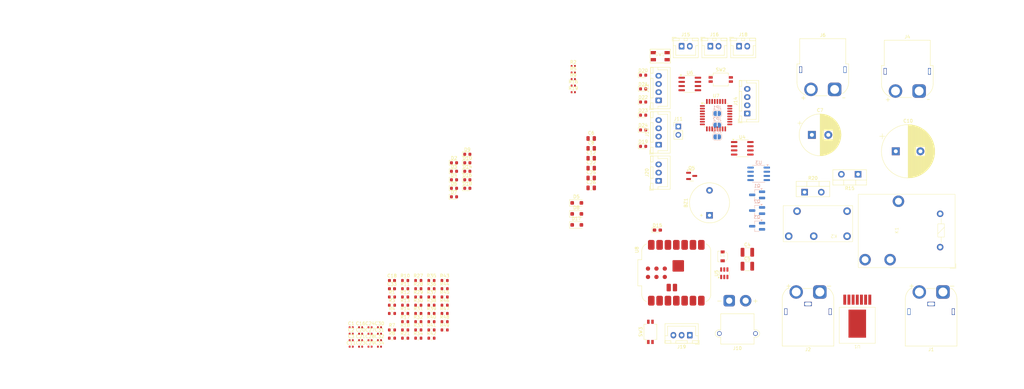
<source format=kicad_pcb>
(kicad_pcb (version 20240108) (generator "pcbnew") (generator_version "8.0")
  (layers (0 "F.Cu" signal) (31 "B.Cu" signal) (34 "B.Paste" user) (35 "F.Paste" user) (36 "B.SilkS" user "B.Silkscreen") (37 "F.SilkS" user "F.Silkscreen") (38 "B.Mask" user) (39 "F.Mask" user) (44 "Edge.Cuts" user))
  (net 0 "")
  (net 1 "Net-(BZ1--)")
  (net 2 "+3.3V")
  (net 3 "Net-(U1-FB)")
  (net 4 "VDD")
  (net 5 "GNDPWR")
  (net 6 "Net-(U1-SS)")
  (net 7 "+BATT")
  (net 8 "GND1")
  (net 9 "Net-(J6-Pin_2)")
  (net 10 "Net-(J4-Pin_2)")
  (net 11 "GND")
  (net 12 "VCC")
  (net 13 "Net-(U5-CB)")
  (net 14 "Net-(U5-SW)")
  (net 15 "+5VD")
  (net 16 "PB1")
  (net 17 "NRST")
  (net 18 "Net-(D2-A)")
  (net 19 "Net-(D3-A)")
  (net 20 "Net-(D4-A)")
  (net 21 "Net-(D5-A)")
  (net 22 "Net-(D6-A)")
  (net 23 "Net-(D7-K)")
  (net 24 "Net-(D7-A)")
  (net 25 "Net-(D8-A)")
  (net 26 "Net-(D9-A)")
  (net 27 "Net-(D10-A)")
  (net 28 "Net-(D14-A)")
  (net 29 "Net-(D15-A)")
  (net 30 "Net-(D16-A)")
  (net 31 "Net-(D18-A)")
  (net 32 "Net-(D19-A)")
  (net 33 "Net-(D20-A)")
  (net 34 "Net-(D21-A)")
  (net 35 "Net-(D22-A)")
  (net 36 "Net-(D23-A)")
  (net 37 "Net-(D24-A)")
  (net 38 "Vdrive")
  (net 39 "CANH")
  (net 40 "Net-(J11-Pin_1)")
  (net 41 "CANL")
  (net 42 "SWDIO")
  (net 43 "SWCLK")
  (net 44 "SW_1")
  (net 45 "SW_2")
  (net 46 "SW_3")
  (net 47 "ENABLE")
  (net 48 "UART1_TX")
  (net 49 "UART1_RX")
  (net 50 "PB0")
  (net 51 "Net-(JP3-A)")
  (net 53 "Net-(K2-Pad4)")
  (net 54 "Net-(Q1-G)")
  (net 55 "Net-(Q2-G)")
  (net 56 "Net-(Q3-G)")
  (net 57 "Net-(Q5-G)")
  (net 58 "Net-(U1-RON)")
  (net 59 "Net-(U1-EN)")
  (net 60 "iso_RELAY_GATE")
  (net 61 "iso_DISCHARGE_GATE")
  (net 62 "RELAY")
  (net 63 "DISCHARGE")
  (net 64 "iso_RELAY")
  (net 65 "iso_DISCHARGE")
  (net 66 "Net-(U8-PA4_A1_D1)")
  (net 67 "Net-(U7-BOOT0)")
  (net 68 "BUZZER")
  (net 69 "LED_WIRED_STOP")
  (net 70 "LED_REMOTE_STOP")
  (net 71 "LED_MODE")
  (net 72 "LED_ID1")
  (net 73 "DIP1")
  (net 74 "DIP2")
  (net 75 "MODE_SW")
  (net 76 "ID_SW")
  (net 79 "CAN_RX")
  (net 80 "CAN_TX")
  (footprint "Capacitor_SMD:C_0402_1005Metric" (layer "F.Cu") (at 109.615 143.51)
    (property "Reference" "C29" (at 0 -1.16 0) (layer "F.SilkS"))
    (property "Value" "0.1u")
    (pad "1" smd roundrect (at -0.48 0) (size 0.56 0.62) (layers "F.Cu" "F.Paste" "F.Mask") (net 16 "PB1"))
    (pad "2" smd roundrect (at 0.48 0) (size 0.56 0.62) (layers "F.Cu" "F.Paste" "F.Mask") (net 11 "GND"))
  )
  (footprint "Resistor_SMD:R_0402_1005Metric" (layer "F.Cu") (at 171.51 64.01)
    (property "Reference" "R16" (at 0 -1.17 0) (layer "F.SilkS"))
    (property "Value" "1K")
    (pad "1" smd roundrect (at -0.51 0) (size 0.54 0.64) (layers "F.Cu" "F.Paste" "F.Mask") (net 10 "Net-(J4-Pin_2)"))
    (pad "2" smd roundrect (at 0.51 0) (size 0.54 0.64) (layers "F.Cu" "F.Paste" "F.Mask") (net 24 "Net-(D7-A)"))
  )
  (footprint "LED_SMD:LED_0603_1608Metric" (layer "F.Cu") (at 135.1875 95.27)
    (property "Reference" "D6" (at 0 -1.43 0) (layer "F.SilkS"))
    (property "Value" "LED")
    (pad "1" smd roundrect (at -0.7875 0) (size 0.875 0.95) (layers "F.Cu" "F.Paste" "F.Mask") (net 5 "GNDPWR"))
    (pad "2" smd roundrect (at 0.7875 0) (size 0.875 0.95) (layers "F.Cu" "F.Paste" "F.Mask") (net 22 "Net-(D6-A)"))
  )
  (footprint "Capacitor_SMD:C_0603_1608Metric" (layer "F.Cu") (at 116.295 125.86)
    (property "Reference" "C33" (at 0 -1.43 0) (layer "F.SilkS"))
    (property "Value" "4.7u")
    (pad "1" smd roundrect (at -0.775 0) (size 0.9 0.95) (layers "F.Cu" "F.Paste" "F.Mask") (net 2 "+3.3V"))
    (pad "2" smd roundrect (at 0.775 0) (size 0.9 0.95) (layers "F.Cu" "F.Paste" "F.Mask") (net 11 "GND"))
  )
  (footprint "Buzzer_Beeper:Buzzer_12x9.5RM7.6" (layer "F.Cu") (at 213 103.5 90)
    (property "Reference" "BZ1" (at 3.8 -7.2 90) (layer "F.SilkS"))
    (property "Value" "Buzzer")
    (fp_text user "+" (at -0.01 -2.54 90) (layer "F.SilkS"))
    (pad "1" thru_hole rect (at 0 0 90) (size 2 2) (drill 1) (layers "*.Cu" "*.Mask") (net 2 "+3.3V"))
    (pad "2" thru_hole circle (at 7.6 0 90) (size 2 2) (drill 1) (layers "*.Cu" "*.Mask") (net 1 "Net-(BZ1--)"))
  )
  (footprint "Package_SO:SOIC-8_3.9x4.9mm_P1.27mm" (layer "F.Cu") (at 222.975 83.095)
    (property "Reference" "U4" (at 0 -3.4 0) (layer "F.SilkS"))
    (property "Value" "ADuM120N")
    (pad "1" smd roundrect (at -2.475 -1.905) (size 1.95 0.6) (layers "F.Cu" "F.Paste" "F.Mask") (net 2 "+3.3V"))
    (pad "2" smd roundrect (at -2.475 -0.635) (size 1.95 0.6) (layers "F.Cu" "F.Paste" "F.Mask") (net 62 "RELAY"))
    (pad "3" smd roundrect (at -2.475 0.635) (size 1.95 0.6) (layers "F.Cu" "F.Paste" "F.Mask") (net 63 "DISCHARGE"))
    (pad "4" smd roundrect (at -2.475 1.905) (size 1.95 0.6) (layers "F.Cu" "F.Paste" "F.Mask") (net 11 "GND"))
    (pad "5" smd roundrect (at 2.475 1.905) (size 1.95 0.6) (layers "F.Cu" "F.Paste" "F.Mask") (net 5 "GNDPWR"))
    (pad "6" smd roundrect (at 2.475 0.635) (size 1.95 0.6) (layers "F.Cu" "F.Paste" "F.Mask") (net 65 "iso_DISCHARGE"))
    (pad "7" smd roundrect (at 2.475 -0.635) (size 1.95 0.6) (layers "F.Cu" "F.Paste" "F.Mask") (net 64 "iso_RELAY"))
    (pad "8" smd roundrect (at 2.475 -1.905) (size 1.95 0.6) (layers "F.Cu" "F.Paste" "F.Mask") (net 4 "VDD"))
  )
  (footprint "LED_SMD:LED_0603_1608Metric" (layer "F.Cu") (at 192.7875 73)
    (property "Reference" "D23" (at 0 -1.43 0) (layer "F.SilkS"))
    (property "Value" "LED")
    (pad "1" smd roundrect (at -0.7875 0) (size 0.875 0.95) (layers "F.Cu" "F.Paste" "F.Mask") (net 11 "GND"))
    (pad "2" smd roundrect (at 0.7875 0) (size 0.875 0.95) (layers "F.Cu" "F.Paste" "F.Mask") (net 36 "Net-(D23-A)"))
  )
  (footprint "Capacitor_SMD:C_0805_2012Metric" (layer "F.Cu") (at 176.965 83.11)
    (property "Reference" "C8" (at 0 -1.68 0) (layer "F.SilkS"))
    (property "Value" "10uF")
    (pad "1" smd roundrect (at -0.95 0) (size 1 1.45) (layers "F.Cu" "F.Paste" "F.Mask") (net 10 "Net-(J4-Pin_2)"))
    (pad "2" smd roundrect (at 0.95 0) (size 1 1.45) (layers "F.Cu" "F.Paste" "F.Mask") (net 5 "GNDPWR"))
  )
  (footprint "Resistor_SMD:R_0603_1608Metric" (layer "F.Cu") (at 116.295 140.92)
    (property "Reference" "R8" (at 0 -1.43 0) (layer "F.SilkS"))
    (property "Value" "4.7K")
    (pad "1" smd roundrect (at -0.825 0) (size 0.8 0.95) (layers "F.Cu" "F.Paste" "F.Mask") (net 7 "+BATT"))
    (pad "2" smd roundrect (at 0.825 0) (size 0.8 0.95) (layers "F.Cu" "F.Paste" "F.Mask") (net 19 "Net-(D3-A)"))
  )
  (footprint "Connector_JST:JST_XH_B2B-XH-A_1x02_P2.50mm_Vertical" (layer "F.Cu") (at 204.5 52)
    (property "Reference" "J15" (at 1.25 -3.55 0) (layer "F.SilkS"))
    (property "Value" "Conn_01x02")
    (pad "1" thru_hole roundrect (at 0 0) (size 1.7 2) (drill 1) (layers "*.Cu" "*.Mask") (roundrect_rratio 0.147059) (net 2 "+3.3V"))
    (pad "2" thru_hole oval (at 2.5 0) (size 1.7 2) (drill 1) (layers "*.Cu" "*.Mask") (net 44 "SW_1"))
  )
  (footprint "Resistor_SMD:R_0402_1005Metric" (layer "F.Cu") (at 171.51 62.02)
    (property "Reference" "R9" (at 0 -1.17 0) (layer "F.SilkS"))
    (property "Value" "1K")
    (pad "1" smd roundrect (at -0.51 0) (size 0.54 0.64) (layers "F.Cu" "F.Paste" "F.Mask") (net 4 "VDD"))
    (pad "2" smd roundrect (at 0.51 0) (size 0.54 0.64) (layers "F.Cu" "F.Paste" "F.Mask") (net 20 "Net-(D4-A)"))
  )
  (footprint "LED_SMD:LED_0603_1608Metric" (layer "F.Cu") (at 135.1875 87.5)
    (property "Reference" "D2" (at 0 -1.43 0) (layer "F.SilkS"))
    (property "Value" "LED")
    (pad "1" smd roundrect (at -0.7875 0) (size 0.875 0.95) (layers "F.Cu" "F.Paste" "F.Mask") (net 8 "GND1"))
    (pad "2" smd roundrect (at 0.7875 0) (size 0.875 0.95) (layers "F.Cu" "F.Paste" "F.Mask") (net 18 "Net-(D2-A)"))
  )
  (footprint "Capacitor_SMD:C_1210_3225Metric" (layer "F.Cu") (at 224.525 114.75)
    (property "Reference" "C4" (at 0 -2.3 0) (layer "F.SilkS"))
    (property "Value" "47uF")
    (pad "1" smd roundrect (at -1.475 0) (size 1.15 2.7) (layers "F.Cu" "F.Paste" "F.Mask") (roundrect_rratio 0.217391) (net 4 "VDD"))
    (pad "2" smd roundrect (at 1.475 0) (size 1.15 2.7) (layers "F.Cu" "F.Paste" "F.Mask") (roundrect_rratio 0.217391) (net 5 "GNDPWR"))
  )
  (footprint "LED_SMD:LED_0603_1608Metric" (layer "F.Cu") (at 139.2375 84.91)
    (property "Reference" "D9" (at 0 -1.43 0) (layer "F.SilkS"))
    (property "Value" "LED")
    (pad "1" smd roundrect (at -0.7875 0) (size 0.875 0.95) (layers "F.Cu" "F.Paste" "F.Mask") (net 8 "GND1"))
    (pad "2" smd roundrect (at 0.7875 0) (size 0.875 0.95) (layers "F.Cu" "F.Paste" "F.Mask") (net 26 "Net-(D9-A)"))
  )
  (footprint "Resistor_SMD:R_0603_1608Metric" (layer "F.Cu") (at 124.315 123.35)
    (property "Reference" "R27" (at 0 -1.43 0) (layer "F.SilkS"))
    (property "Value" "20K")
    (pad "1" smd roundrect (at -0.825 0) (size 0.8 0.95) (layers "F.Cu" "F.Paste" "F.Mask") (net 62 "RELAY"))
    (pad "2" smd roundrect (at 0.825 0) (size 0.8 0.95) (layers "F.Cu" "F.Paste" "F.Mask") (net 11 "GND"))
  )
  (footprint "Package_QFP:LQFP-32_7x7mm_P0.8mm" (layer "F.Cu") (at 215 73)
    (property "Reference" "U7" (at 0 -5.88 0) (layer "F.SilkS"))
    (property "Value" "STM32F303K8Tx")
    (pad "1" smd roundrect (at -4.175 -2.8) (size 1.5 0.5) (layers "F.Cu" "F.Paste" "F.Mask") (net 2 "+3.3V"))
    (pad "2" smd roundrect (at -4.175 -2) (size 1.5 0.5) (layers "F.Cu" "F.Paste" "F.Mask"))
    (pad "3" smd roundrect (at -4.175 -1.2) (size 1.5 0.5) (layers "F.Cu" "F.Paste" "F.Mask"))
    (pad "4" smd roundrect (at -4.175 -0.4) (size 1.5 0.5) (layers "F.Cu" "F.Paste" "F.Mask") (net 17 "NRST"))
    (pad "5" smd roundrect (at -4.175 0.4) (size 1.5 0.5) (layers "F.Cu" "F.Paste" "F.Mask") (net 51 "Net-(JP3-A)"))
    (pad "6" smd roundrect (at -4.175 1.2) (size 1.5 0.5) (layers "F.Cu" "F.Paste" "F.Mask"))
    (pad "7" smd roundrect (at -4.175 2) (size 1.5 0.5) (layers "F.Cu" "F.Paste" "F.Mask") (net 62 "RELAY"))
    (pad "8" smd roundrect (at -4.175 2.8) (size 1.5 0.5) (layers "F.Cu" "F.Paste" "F.Mask") (net 63 "DISCHARGE"))
    (pad "9" smd roundrect (at -2.8 4.175) (size 0.5 1.5) (layers "F.Cu" "F.Paste" "F.Mask"))
    (pad "10" smd roundrect (at -2 4.175) (size 0.5 1.5) (layers "F.Cu" "F.Paste" "F.Mask") (net 69 "LED_WIRED_STOP"))
    (pad "11" smd roundrect (at -1.2 4.175) (size 0.5 1.5) (layers "F.Cu" "F.Paste" "F.Mask") (net 70 "LED_REMOTE_STOP"))
    (pad "12" smd roundrect (at -0.4 4.175) (size 0.5 1.5) (layers "F.Cu" "F.Paste" "F.Mask") (net 71 "LED_MODE"))
    (pad "13" smd roundrect (at 0.4 4.175) (size 0.5 1.5) (layers "F.Cu" "F.Paste" "F.Mask") (net 72 "LED_ID1"))
    (pad "14" smd roundrect (at 1.2 4.175) (size 0.5 1.5) (layers "F.Cu" "F.Paste" "F.Mask") (net 50 "PB0"))
    (pad "15" smd roundrect (at 2 4.175) (size 0.5 1.5) (layers "F.Cu" "F.Paste" "F.Mask") (net 16 "PB1"))
    (pad "16" smd roundrect (at 2.8 4.175) (size 0.5 1.5) (layers "F.Cu" "F.Paste" "F.Mask") (net 11 "GND"))
    (pad "17" smd roundrect (at 4.175 2.8) (size 1.5 0.5) (layers "F.Cu" "F.Paste" "F.Mask") (net 2 "+3.3V"))
    (pad "18" smd roundrect (at 4.175 2) (size 1.5 0.5) (layers "F.Cu" "F.Paste" "F.Mask") (net 47 "ENABLE"))
    (pad "19" smd roundrect (at 4.175 1.2) (size 1.5 0.5) (layers "F.Cu" "F.Paste" "F.Mask") (net 48 "UART1_TX"))
    (pad "20" smd roundrect (at 4.175 0.4) (size 1.5 0.5) (layers "F.Cu" "F.Paste" "F.Mask") (net 49 "UART1_RX"))
    (pad "21" smd roundrect (at 4.175 -0.4) (size 1.5 0.5) (layers "F.Cu" "F.Paste" "F.Mask") (net 79 "CAN_RX"))
    (pad "22" smd roundrect (at 4.175 -1.2) (size 1.5 0.5) (layers "F.Cu" "F.Paste" "F.Mask") (net 80 "CAN_TX"))
    (pad "23" smd roundrect (at 4.175 -2) (size 1.5 0.5) (layers "F.Cu" "F.Paste" "F.Mask") (net 42 "SWDIO"))
    (pad "24" smd roundrect (at 4.175 -2.8) (size 1.5 0.5) (layers "F.Cu" "F.Paste" "F.Mask") (net 43 "SWCLK"))
    (pad "25" smd roundrect (at 2.8 -4.175) (size 0.5 1.5) (layers "F.Cu" "F.Paste" "F.Mask") (net 68 "BUZZER"))
    (pad "26" smd roundrect (at 2 -4.175) (size 0.5 1.5) (layers "F.Cu" "F.Paste" "F.Mask") (net 75 "MODE_SW"))
    (pad "27" smd roundrect (at 1.2 -4.175) (size 0.5 1.5) (layers "F.Cu" "F.Paste" "F.Mask") (net 76 "ID_SW"))
    (pad "28" smd roundrect (at 0.4 -4.175) (size 0.5 1.5) (layers "F.Cu" "F.Paste" "F.Mask") (net 44 "SW_1"))
    (pad "29" smd roundrect (at -0.4 -4.175) (size 0.5 1.5) (layers "F.Cu" "F.Paste" "F.Mask") (net 45 "SW_2"))
    (pad "30" smd roundrect (at -1.2 -4.175) (size 0.5 1.5) (layers "F.Cu" "F.Paste" "F.Mask") (net 46 "SW_3"))
    (pad "31" smd roundrect (at -2 -4.175) (size 0.5 1.5) (layers "F.Cu" "F.Paste" "F.Mask") (net 67 "Net-(U7-BOOT0)"))
    (pad "32" smd roundrect (at -2.8 -4.175) (size 0.5 1.5) (layers "F.Cu" "F.Paste" "F.Mask") (net 11 "GND"))
  )
  (footprint "Connector_JST:JST_XH_B3B-XH-A_1x03_P2.50mm_Vertical" (layer "F.Cu") (at 197.5 93 90)
    (property "Reference" "J20" (at 2.5 -3.55 90) (layer "F.SilkS"))
    (property "Value" "Conn_01x03")
    (pad "1" thru_hole roundrect (at 0 0 90) (size 1.7 1.95) (drill 0.95) (layers "*.Cu" "*.Mask") (roundrect_rratio 0.147059) (net 11 "GND"))
    (pad "2" thru_hole oval (at 2.5 0 90) (size 1.7 1.95) (drill 0.95) (layers "*.Cu" "*.Mask") (net 48 "UART1_TX"))
    (pad "3" thru_hole oval (at 5 0 90) (size 1.7 1.95) (drill 0.95) (layers "*.Cu" "*.Mask") (net 49 "UART1_RX"))
  )
  (footprint "Capacitor_SMD:C_0402_1005Metric" (layer "F.Cu") (at 103.875 143.51)
    (property "Reference" "C11" (at 0 -1.16 0) (layer "F.SilkS"))
    (property "Value" "0.1u")
    (pad "1" smd roundrect (at -0.48 0) (size 0.56 0.62) (layers "F.Cu" "F.Paste" "F.Mask") (net 2 "+3.3V"))
    (pad "2" smd roundrect (at 0.48 0) (size 0.56 0.62) (layers "F.Cu" "F.Paste" "F.Mask") (net 11 "GND"))
  )
  (footprint "LED_SMD:LED_0603_1608Metric" (layer "F.Cu") (at 139.2375 95.27)
    (property "Reference" "D18" (at 0 -1.43 0) (layer "F.SilkS"))
    (property "Value" "LED")
    (pad "1" smd roundrect (at -0.7875 0) (size 0.875 0.95) (layers "F.Cu" "F.Paste" "F.Mask") (net 11 "GND"))
    (pad "2" smd roundrect (at 0.7875 0) (size 0.875 0.95) (layers "F.Cu" "F.Paste" "F.Mask") (net 31 "Net-(D18-A)"))
  )
  (footprint "Resistor_SMD:R_0603_1608Metric" (layer "F.Cu") (at 120.305 130.88)
    (property "Reference" "R13" (at 0 -1.43 0) (layer "F.SilkS"))
    (property "Value" "470")
    (pad "1" smd roundrect (at -0.825 0) (size 0.8 0.95) (layers "F.Cu" "F.Paste" "F.Mask") (net 61 "iso_DISCHARGE_GATE"))
    (pad "2" smd roundrect (at 0.825 0) (size 0.8 0.95) (layers "F.Cu" "F.Paste" "F.Mask") (net 55 "Net-(Q2-G)"))
  )
  (footprint "Capacitor_SMD:C_0402_1005Metric" (layer "F.Cu") (at 106.745 141.54)
    (property "Reference" "C21" (at 0 -1.16 0) (layer "F.SilkS"))
    (property "Value" "0.1u")
    (pad "1" smd roundrect (at -0.48 0) (size 0.56 0.62) (layers "F.Cu" "F.Paste" "F.Mask") (net 4 "VDD"))
    (pad "2" smd roundrect (at 0.48 0) (size 0.56 0.62) (layers "F.Cu" "F.Paste" "F.Mask") (net 5 "GNDPWR"))
  )
  (footprint "Resistor_SMD:R_0603_1608Metric" (layer "F.Cu") (at 132.335 135.9)
    (property "Reference" "R48" (at 0 -1.43 0) (layer "F.SilkS"))
    (property "Value" "10K")
    (pad "1" smd roundrect (at -0.825 0) (size 0.8 0.95) (layers "F.Cu" "F.Paste" "F.Mask") (net 74 "DIP2"))
    (pad "2" smd roundrect (at 0.825 0) (size 0.8 0.95) (layers "F.Cu" "F.Paste" "F.Mask") (net 11 "GND"))
  )
  (footprint "Resistor_SMD:R_0402_1005Metric" (layer "F.Cu") (at 171.51 66)
    (property "Reference" "R19" (at 0 -1.17 0) (layer "F.SilkS"))
    (property "Value" "1K")
    (pad "1" smd roundrect (at -0.51 0) (size 0.54 0.64) (layers "F.Cu" "F.Paste" "F.Mask") (net 53 "Net-(K2-Pad4)"))
    (pad "2" smd roundrect (at 0.51 0) (size 0.54 0.64) (layers "F.Cu" "F.Paste" "F.Mask") (net 26 "Net-(D9-A)"))
  )
  (footprint "Capacitor_SMD:C_0402_1005Metric" (layer "F.Cu") (at 103.875 141.54)
    (property "Reference" "C3" (at 0 -1.16 0) (layer "F.SilkS"))
    (property "Value" "1uF")
    (pad "1" smd roundrect (at -0.48 0) (size 0.56 0.62) (layers "F.Cu" "F.Paste" "F.Mask") (net 7 "+BATT"))
    (pad "2" smd roundrect (at 0.48 0) (size 0.56 0.62) (layers "F.Cu" "F.Paste" "F.Mask") (net 5 "GNDPWR"))
  )
  (footprint "GN10:LMZ14201H" (layer "F.Cu") (at 258 136.5 180)
    (property "Reference" "U1" (at 0 -7 180) (layer "F.SilkS") (effects (font (thickness 0.1))))
    (property "Value" "LMZ14201H")
    (pad "1" smd rect (at -3.81 7.305 180) (size 0.89 3.06) (layers "F.Cu" "F.Paste" "F.Mask") (net 7 "+BATT"))
    (pad "2" smd rect (at -2.54 7.305 180) (size 0.89 3.06) (layers "F.Cu" "F.Paste" "F.Mask") (net 58 "Net-(U1-RON)"))
    (pad "3" smd rect (at -1.27 7.305 180) (size 0.89 3.06) (layers "F.Cu" "F.Paste" "F.Mask") (net 59 "Net-(U1-EN)"))
    (pad "4" smd rect (at 0 0 180) (size 5.35 8.54) (layers "F.Cu" "F.Paste" "F.Mask") (net 5 "GNDPWR"))
    (pad "4" smd rect (at 0 7.305 180) (size 0.89 3.06) (layers "F.Cu" "F.Paste" "F.Mask") (net 5 "GNDPWR"))
    (pad "5" smd rect (at 1.27 7.305 180) (size 0.89 3.06) (layers "F.Cu" "F.Paste" "F.Mask") (net 6 "Net-(U1-SS)"))
    (pad "6" smd rect (at 2.54 7.305 180) (size 0.89 3.06) (layers "F.Cu" "F.Paste" "F.Mask") (net 3 "Net-(U1-FB)"))
    (pad "7" smd rect (at 3.81 7.305 180) (size 0.89 3.06) (layers "F.Cu" "F.Paste" "F.Mask") (net 4 "VDD"))
  )
  (footprint "Capacitor_SMD:C_0402_1005Metric" (layer "F.Cu") (at 112.485 137.6)
    (property "Reference" "C30" (at 0 -1.16 0) (layer "F.SilkS"))
    (property "Value" "0.1u")
    (pad "1" smd roundrect (at -0.48 0) (size 0.56 0.62) (layers "F.Cu" "F.Paste" "F.Mask") (net 2 "+3.3V"))
    (pad "2" smd roundrect (at 0.48 0) (size 0.56 0.62) (layers "F.Cu" "F.Paste" "F.Mask") (net 11 "GND"))
  )
  (footprint "Capacitor_SMD:C_1210_3225Metric" (layer "F.Cu") (at 224.525 119)
    (property "Reference" "C5" (at 0 -2.3 0) (layer "F.SilkS"))
    (property "Value" "47uF")
    (pad "1" smd roundrect (at -1.475 0) (size 1.15 2.7) (layers "F.Cu" "F.Paste" "F.Mask") (roundrect_rratio 0.217391) (net 4 "VDD"))
    (pad "2" smd roundrect (at 1.475 0) (size 1.15 2.7) (layers "F.Cu" "F.Paste" "F.Mask") (roundrect_rratio 0.217391) (net 5 "GNDPWR"))
  )
  (footprint "Connector_JST:JST_XH_B4B-XH-A_1x04_P2.50mm_Vertical" (layer "F.Cu") (at 224.5 72.5 90)
    (property "Reference" "J14" (at 3.75 -3.55 90) (layer "F.SilkS"))
    (property "Value" "Conn_01x04")
    (pad "1" thru_hole roundrect (at 0 0 90) (size 1.7 1.95) (drill 0.95) (layers "*.Cu" "*.Mask") (roundrect_rratio 0.147059) (net 2 "+3.3V"))
    (pad "2" thru_hole oval (at 2.5 0 90) (size 1.7 1.95) (drill 0.95) (layers "*.Cu" "*.Mask") (net 43 "SWCLK"))
    (pad "3" thru_hole oval (at 5 0 90) (size 1.7 1.95) (drill 0.95) (layers "*.Cu" "*.Mask") (net 11 "GND"))
    (pad "4" thru_hole oval (at 7.5 0 90) (size 1.7 1.95) (drill 0.95) (layers "*.Cu" "*.Mask") (net 42 "SWDIO"))
  )
  (footprint "LED_SMD:LED_0603_1608Metric" (layer "F.Cu") (at 135.1875 92.68)
    (property "Reference" "D4" (at 0 -1.43 0) (layer "F.SilkS"))
    (property "Value" "LED")
    (pad "1" smd roundrect (at -0.7875 0) (size 0.875 0.95) (layers "F.Cu" "F.Paste" "F.Mask") (net 5 "GNDPWR"))
    (pad "2" smd roundrect (at 0.7875 0) (size 0.875 0.95) (layers "F.Cu" "F.Paste" "F.Mask") (net 20 "Net-(D4-A)"))
  )
  (footprint "Resistor_SMD:R_0402_1005Metric" (layer "F.Cu") (at 171.51 58.04)
    (property "Reference" "R2" (at 0 -1.17 0) (layer "F.SilkS"))
    (property "Value" "34K")
    (pad "1" smd roundrect (at -0.51 0) (size 0.54 0.64) (layers "F.Cu" "F.Paste" "F.Mask") (net 4 "VDD"))
    (pad "2" smd roundrect (at 0.51 0) (size 0.54 0.64) (layers "F.Cu" "F.Paste" "F.Mask") (net 3 "Net-(U1-FB)"))
  )
  (footprint "Capacitor_SMD:C_0402_1005Metric" (layer "F.Cu") (at 112.485 141.54)
    (property "Reference" "C32" (at 0 -1.16 0) (layer "F.SilkS"))
    (property "Value" "0.1u")
    (pad "1" smd roundrect (at -0.48 0) (size 0.56 0.62) (layers "F.Cu" "F.Paste" "F.Mask") (net 17 "NRST"))
    (pad "2" smd roundrect (at 0.48 0) (size 0.56 0.62) (layers "F.Cu" "F.Paste" "F.Mask") (net 11 "GND"))
  )
  (footprint "Resistor_SMD:R_0603_1608Metric" (layer "F.Cu") (at 128.325 140.92)
    (property "Reference" "R42" (at 0 -1.43 0) (layer "F.SilkS"))
    (property "Value" "1K")
    (pad "1" smd roundrect (at -0.825 0) (size 0.8 0.95) (layers "F.Cu" "F.Paste" "F.Mask") (net 70 "LED_REMOTE_STOP"))
    (pad "2" smd roundrect (at 0.825 0) (size 0.8 0.95) (layers "F.Cu" "F.Paste" "F.Mask") (net 35 "Net-(D22-A)"))
  )
  (footprint "Capacitor_SMD:C_0603_1608Metric" (layer "F.Cu") (at 116.295 123.35)
    (property "Reference" "C18" (at 0 -1.43 0) (layer "F.SilkS"))
    (property "Value" "4.7uF")
    (pad "1" smd roundrect (at -0.775 0) (size 0.9 0.95) (layers "F.Cu" "F.Paste" "F.Mask") (net 4 "VDD"))
    (pad "2" smd roundrect (at 0.775 0) (size 0.9 0.95) (layers "F.Cu" "F.Paste" "F.Mask") (net 5 "GNDPWR"))
  )
  (footprint "LED_SMD:LED_0603_1608Metric" (layer "F.Cu") (at 139.2375 92.68)
    (property "Reference" "D16" (at 0 -1.43 0) (layer "F.SilkS"))
    (property "Value" "LED")
    (pad "1" smd roundrect (at -0.7875 0) (size 0.875 0.95) (layers "F.Cu" "F.Paste" "F.Mask") (net 11 "GND"))
    (pad "2" smd roundrect (at 0.7875 0) (size 0.875 0.95) (layers "F.Cu" "F.Paste" "F.Mask") (net 30 "Net-(D16-A)"))
  )
  (footprint "Diode_SMD:D_SOD-123F" (layer "F.Cu") (at 172.58 106.42)
    (property "Reference" "D17" (at -0.127 -1.905 0) (layer "F.SilkS"))
    (property "Value" "SS2040FL")
    (pad "1" smd roundrect (at -1.4 0) (size 1.1 1.1) (layers "F.Cu" "F.Paste" "F.Mask") (roundrect_rratio 0.2272727273) (net 12 "VCC"))
    (pad "2" smd roundrect (at 1.4 0) (size 1.1 1.1) (layers "F.Cu" "F.Paste" "F.Mask") (roundrect_rratio 0.2272727273) (net 2 "+3.3V"))
  )
  (footprint "Capacitor_SMD:C_0402_1005Metric" (layer "F.Cu") (at 103.875 139.57)
    (property "Reference" "C2" (at 0 -1.16 0) (layer "F.SilkS"))
    (property "Value" "4700pF")
    (pad "1" smd roundrect (at -0.48 0) (size 0.56 0.62) (layers "F.Cu" "F.Paste" "F.Mask") (net 6 "Net-(U1-SS)"))
    (pad "2" smd roundrect (at 0.48 0) (size 0.56 0.62) (layers "F.Cu" "F.Paste" "F.Mask") (net 5 "GNDPWR"))
  )
  (footprint "GN10RELAY:T9G" (layer "F.Cu") (at 283.24 113.19 90)
    (property "Reference" "K1" (at 5.08 -13.2 90) (layer "F.SilkS") (effects (font (thickness 0.1))))
    (property "Value" "T9GS1L14-5")
    (pad "1" thru_hole circle (at 0 0 90) (size 2 2) (drill 1.1) (layers "*.Cu" "*.Mask") (net 4 "VDD"))
    (pad "2" thru_hole circle (at 13.97 -12.7 90) (size 3.5 3.5) (drill 2.1) (layers "*.Cu" "*.Mask") (net 10 "Net-(J4-Pin_2)"))
    (pad "3" thru_hole circle (at -3.81 -15.24 90) (size 3.5 3.5) (drill 2.1) (layers "*.Cu" "*.Mask") (net 7 "+BATT"))
    (pad "4" thru_hole circle (at -3.81 -22.86 90) (size 3.5 3.5) (drill 2.1) (layers "*.Cu" "*.Mask"))
    (pad "5" thru_hole circle (at 10.16 0 90) (size 2 2) (drill 1.1) (layers "*.Cu" "*.Mask") (net 21 "Net-(D5-A)"))
  )
  (footprint "Package_TO_SOT_THT:TO-220-2_Vertical" (layer "F.Cu") (at 258.24 91 180)
    (property "Reference" "R15" (at 2.54 -4.27 360) (layer "F.SilkS"))
    (property "Value" "25")
    (pad "1" thru_hole rect (at 0 0 180) (size 2 2) (drill 1.1) (layers "*.Cu" "*.Mask") (net 10 "Net-(J4-Pin_2)"))
    (pad "2" thru_hole oval (at 5.08 0 180) (size 2 2) (drill 1.1) (layers "*.Cu" "*.Mask") (net 23 "Net-(D7-K)"))
  )
  (footprint "Connector_JST:JST_XH_B4B-XH-A_1x04_P2.50mm_Vertical" (layer "F.Cu") (at 197.5 82 90)
    (property "Reference" "J13" (at 3.75 -3.55 90) (layer "F.SilkS"))
    (property "Value" "Conn_01x04")
    (pad "1" thru_hole roundrect (at 0 0 90) (size 1.7 1.95) (drill 0.95) (layers "*.Cu" "*.Mask") (roundrect_rratio 0.147059) (net 11 "GND"))
    (pad "2" thru_hole oval (at 2.5 0 90) (size 1.7 1.95) (drill 0.95) (layers "*.Cu" "*.Mask") (net 41 "CANL"))
    (pad "3" thru_hole oval (at 5 0 90) (size 1.7 1.95) (drill 0.95) (layers "*.Cu" "*.Mask") (net 15 "+5VD"))
    (pad "4" thru_hole oval (at 7.5 0 90) (size 1.7 1.95) (drill 0.95) (layers "*.Cu" "*.Mask") (net 39 "CANH"))
  )
  (footprint "Button_Switch_SMD:SW_DIP_SPSTx02_Slide_Omron_A6H-2101_W6.15mm_P1.27mm" (layer "F.Cu") (at 216.425 62.135)
    (property "Reference" "SW2" (at 0 -2.965 0) (layer "F.SilkS"))
    (property "Value" "SW_DIP_x02")
    (pad "1" smd rect (at -3.075 -0.635) (size 1.25 0.76) (layers "F.Cu" "F.Paste" "F.Mask") (net 2 "+3.3V"))
    (pad "2" smd rect (at -3.075 0.635) (size 1.25 0.76) (layers "F.Cu" "F.Paste" "F.Mask") (net 2 "+3.3V"))
    (pad "3" smd rect (at 3.075 0.635) (size 1.25 0.76) (layers "F.Cu" "F.Paste" "F.Mask") (net 76 "ID_SW"))
    (pad "4" smd rect (at 3.075 -0.635) (size 1.25 0.76) (layers "F.Cu" "F.Paste" "F.Mask") (net 75 "MODE_SW"))
  )
  (footprint "Connector_JST:JST_XH_B2B-XH-A_1x02_P2.50mm_Vertical" (layer "F.Cu") (at 222 52)
    (property "Reference" "J18" (at 1.25 -3.55 360) (layer "F.SilkS"))
    (property "Value" "Conn_01x02")
    (pad "1" thru_hole roundrect (at 0 0) (size 1.7 2) (drill 1) (layers "*.Cu" "*.Mask") (roundrect_rratio 0.147059) (net 2 "+3.3V"))
    (pad "2" thru_hole oval (at 2.5 0) (size 1.7 2) (drill 1) (layers "*.Cu" "*.Mask") (net 46 "SW_3"))
  )
  (footprint "Diode_SMD:D_SOD-123F" (layer "F.Cu") (at 172.58 103.07)
    (property "Reference" "D8" (at -0.127 -1.905 0) (layer "F.SilkS"))
    (property "Value" "SS2040FL")
    (pad "1" smd roundrect (at -1.4 0) (size 1.1 1.1) (layers "F.Cu" "F.Paste" "F.Mask") (roundrect_rratio 0.2272727273) (net 4 "VDD"))
    (pad "2" smd roundrect (at 1.4 0) (size 1.1 1.1) (layers "F.Cu" "F.Paste" "F.Mask") (roundrect_rratio 0.2272727273) (net 25 "Net-(D8-A)"))
  )
  (footprint "Resistor_SMD:R_0402_1005Metric" (layer "F.Cu") (at 171.51 60.03)
    (property "Reference" "R5" (at 0 -1.17 0) (layer "F.SilkS"))
    (property "Value" "6.49K")
    (pad "1" smd roundrect (at -0.51 0) (size 0.54 0.64) (layers "F.Cu" "F.Paste" "F.Mask") (net 5 "GNDPWR"))
    (pad "2" smd roundrect (at 0.51 0) (size 0.54 0.64) (layers "F.Cu" "F.Paste" "F.Mask") (net 3 "Net-(U1-FB)"))
  )
  (footprint "Resistor_SMD:R_0603_1608Metric" (layer "F.Cu") (at 124.315 125.86)
    (property "Reference" "R28" (at 0 -1.43 0) (layer "F.SilkS"))
    (property "Value" "20K")
    (pad "1" smd roundrect (at -0.825 0) (size 0.8 0.95) (layers "F.Cu" "F.Paste" "F.Mask") (net 63 "DISCHARGE"))
    (pad "2" smd roundrect (at 0.825 0) (size 0.8 0.95) (layers "F.Cu" "F.Paste" "F.Mask") (net 11 "GND"))
  )
  (footprint "Resistor_SMD:R_0603_1608Metric" (layer "F.Cu") (at 120.305 123.35)
    (property "Reference" "R10" (at 0 -1.43 0) (layer "F.SilkS"))
    (property "Value" "1K")
    (pad "1" smd roundrect (at -0.825 0) (size 0.8 0.95) (layers "F.Cu" "F.Paste" "F.Mask") (net 60 "iso_RELAY_GATE"))
    (pad "2" smd roundrect (at 0.825 0) (size 0.8 0.95) (layers "F.Cu" "F.Paste" "F.Mask") (net 54 "Net-(Q1-G)"))
  )
  (footprint "Resistor_SMD:R_0603_1608Metric" (layer "F.Cu") (at 116.295 130.88)
    (property "Reference" "R3" (at 0 -1.43 0) (layer "F.SilkS"))
    (property "Value" "24K")
    (pad "1" smd roundrect (at -0.825 0) (size 0.8 0.95) (layers "F.Cu" "F.Paste" "F.Mask") (net 7 "+BATT"))
    (pad "2" smd roundrect (at 0.825 0) (size 0.8 0.95) (layers "F.Cu" "F.Paste" "F.Mask") (net 59 "Net-(U1-EN)"))
  )
  (footprint "Resistor_SMD:R_0603_1608Metric" (layer "F.Cu") (at 128.325 130.88)
    (property "Reference" "R38" (at 0 -1.43 0) (layer "F.SilkS"))
    (property "Value" "20K")
    (pad "1" smd roundrect (at -0.825 0) (size 0.8 0.95) (layers "F.Cu" "F.Paste" "F.Mask") (net 57 "Net-(Q5-G)"))
    (pad "2" smd roundrect (at 0.825 0) (size 0.8 0.95) (layers "F.Cu" "F.Paste" "F.Mask") (net 11 "GND"))
  )
  (footprint "Resistor_SMD:R_0603_1608Metric" (layer "F.Cu") (at 128.325 133.39)
    (property "Reference" "R39" (at 0 -1.43 0) (layer "F.SilkS"))
    (property "Value" "1K")
    (pad "1" smd roundrect (at -0.825 0) (size 0.8 0.95) (layers "F.Cu" "F.Paste" "F.Mask") (net 62 "RELAY"))
    (pad "2" smd roundrect (at 0.825 0) (size 0.8 0.95) (layers "F.Cu" "F.Paste" "F.Mask") (net 32 "Net-(D19-A)"))
  )
  (footprint "Resistor_SMD:R_0603_1608Metric" (layer "F.Cu") (at 124.315 128.37)
    (property "Reference" "R29" (at 0 -1.43 0) (layer "F.SilkS"))
    (property "Value" "20K")
    (pad "1" smd roundrect (at -0.825 0) (size 0.8 0.95) (layers "F.Cu" "F.Paste" "F.Mask") (net 64 "iso_RELAY"))
    (pad "2" smd roundrect (at 0.825 0) (size 0.8 0.95) (layers "F.Cu" "F.Paste" "F.Mask") (net 5 "GNDPWR"))
  )
  (footprint "Capacitor_SMD:C_0402_1005Metric" (layer "F.Cu") (at 109.615 137.6)
    (property "Reference" "C24" (at 0 -1.16 0) (layer "F.SilkS"))
    (property "Value" "0.1u")
    (pad "1" smd roundrect (at -0.48 0) (size 0.56 0.62) (layers "F.Cu" "F.Paste" "F.Mask") (net 13 "Net-(U5-CB)"))
    (pad "2" smd roundrect (at 0.48 0) (size 0.56 0.62) (layers "F.Cu" "F.Paste" "F.Mask") (net 14 "Net-(U5-SW)"))
  )
  (footprint "Connector_PinHeader_2.54mm:PinHeader_1x02_P2.54mm_Vertical" (layer "F.Cu") (at 203.5 76.46)
    (property "Reference" "J11" (at 0 -2.33 0) (layer "F.SilkS"))
    (property "Value" "Conn_01x02_Pin")
    (pad "1" thru_hole rect (at 0 0) (size 1.7 1.7) (drill 1) (layers "*.Cu" "*.Mask") (net 40 "Net-(J11-Pin_1)"))
    (pad "2" thru_hole oval (at 0 2.54) (size 1.7 1.7) (drill 1) (layers "*.Cu" "*.Mask") (net 39 "CANH"))
  )
  (footprint "Resistor_SMD:R_0603_1608Metric" (layer "F.Cu") (at 116.295 138.41)
    (property "Reference" "R7" (at 0 -1.43 0) (layer "F.SilkS"))
    (property "Value" "4.7K")
    (pad "1" smd roundrect (at -0.825 0) (size 0.8 0.95) (layers "F.Cu" "F.Paste" "F.Mask") (net 38 "Vdrive"))
    (pad "2" smd roundrect (at 0.825 0) (size 0.8 0.95) (layers "F.Cu" "F.Paste" "F.Mask") (net 18 "Net-(D2-A)"))
  )
  (footprint "Capacitor_THT:CP_Radial_D16.0mm_P7.50mm" (layer "F.Cu") (at 269.727246 84)
    (property "Reference" "C10" (at 3.75 -9.25 0) (layer "F.SilkS"))
    (property "Value" "1000u")
    (pad "1" thru_hole rect (at 0 0) (size 2.4 2.4) (drill 1.2) (layers "*.Cu" "*.Mask") (net 10 "Net-(J4-Pin_2)"))
    (pad "2" thru_hole circle (at 7.5 0) (size 2.4 2.4) (drill 1.2) (layers "*.Cu" "*.Mask") (net 5 "GNDPWR"))
  )
  (footprint "Resistor_SMD:R_0603_1608Metric" (layer "F.Cu") (at 124.315 135.9)
    (property "Reference" "R32" (at 0 -1.43 0) (layer "F.SilkS"))
    (property "Value" "1K")
    (pad "1" smd roundrect (at -0.825 0) (size 0.8 0.95) (layers "F.Cu" "F.Paste" "F.Mask") (net 66 "Net-(U8-PA4_A1_D1)"))
    (pad "2" smd roundrect (at 0.825 0) (size 0.8 0.95) (layers "F.Cu" "F.Paste" "F.Mask") (net 29 "Net-(D15-A)"))
  )
  (footprint "Resistor_SMD:R_0603_1608Metric" (layer "F.Cu") (at 120.305 135.9)
    (property "Reference" "R17" (at 0 -1.43 0) (layer "F.SilkS"))
    (property "Value" "1K")
    (pad "1" smd roundrect (at -0.825 0) (size 0.8 0.95) (layers "F.Cu" "F.Paste" "F.Mask") (net 60 "iso_RELAY_GATE"))
    (pad "2" smd roundrect (at 0.825 0) (size 0.8 0.95) (layers "F.Cu" "F.Paste" "F.Mask") (net 56 "Net-(Q3-G)"))
  )
  (footprint "Capacitor_SMD:C_0805_2012Metric" (layer "F.Cu") (at 176.965 89.13)
    (property "Reference" "C22" (at 0 -1.68 0) (layer "F.SilkS"))
    (property "Value" "4.7u")
    (pad "1" smd roundrect (at -0.95 0) (size 1 1.45) (layers "F.Cu" "F.Paste" "F.Mask") (net 12 "VCC"))
    (pad "2" smd roundrect (at 0.95 0) (size 1 1.45) (layers "F.Cu" "F.Paste" "F.Mask") (net 11 "GND"))
  )
  (footprint "Resistor_SMD:R_0603_1608Metric" (layer "F.Cu") (at 120.305 125.86)
    (property "Reference" "R11" (at 0 -1.43 0) (layer "F.SilkS"))
    (property "Value" "20K")
    (pad "1" smd roundrect (at -0.825 0) (size 0.8 0.95) (layers "F.Cu" "F.Paste" "F.Mask") (net 54 "Net-(Q1-G)"))
    (pad "2" smd roundrect (at 0.825 0) (size 0.8 0.95) (layers "F.Cu" "F.Paste" "F.Mask") (net 5 "GNDPWR"))
  )
  (footprint "Connector_AMASS:AMASS_XT60PW-F_1x02_P7.20mm_Horizontal" (layer "F.Cu") (at 276.84 65.65)
    (property "Reference" "J4" (at -3.6 -16.5 0) (layer "F.SilkS"))
    (property "Value" "Conn_01x02")
    (fp_text user "+" (at -9.5 2.5 0) (layer "F.SilkS") (effects (font (size 1.5 1.5))))
    (fp_text user "-" (at 2.8 2.5 0) (layer "F.SilkS"))
    (pad "" thru_hole rect (at -10.35 -6) (size 0.9 2) (drill oval 0.6 1.7) (layers "*.Cu" "*.Mask"))
    (pad "" thru_hole rect (at 3.15 -6) (size 0.9 2) (drill oval 0.6 1.7) (layers "*.Cu" "*.Mask"))
    (pad "1" thru_hole roundrect (at 0 0) (size 4.1 4.1) (drill 2.7) (layers "*.Cu" "*.Mask") (net 5 "GNDPWR"))
    (pad "2" thru_hole circle (at -7.2 0) (size 4.1 4.1) (drill 2.7) (layers "*.Cu" "*.Mask") (net 10 "Net-(J4-Pin_2)"))
  )
  (footprint "Resistor_SMD:R_0603_1608Metric" (layer "F.Cu") (at 116.295 133.39)
    (property "Reference" "R4" (at 0 -1.43 0) (layer "F.SilkS"))
    (property "Value" "4.7K")
    (pad "1" smd roundrect (at -0.825 0) (size 0.8 0.95) (layers "F.Cu" "F.Paste" "F.Mask") (net 59 "Net-(U1-EN)"))
    (pad "2" smd roundrect (at 0.825 0) (size 0.8 0.95) (layers "F.Cu" "F.Paste" "F.Mask") (net 5 "GNDPWR"))
  )
  (footprint "Resistor_SMD:R_0603_1608Metric" (layer "F.Cu") (at 128.325 128.37)
    (property "Reference" "R37" (at 0 -1.43 0) (layer "F.SilkS"))
    (property "Value" "470")
    (pad "1" smd roundrect (at -0.825 0) (size 0.8 0.95) (layers "F.Cu" "F.Paste" "F.Mask") (net 68 "BUZZER"))
    (pad "2" smd roundrect (at 0.825 0) (size 0.8 0.95) (layers "F.Cu" "F.Paste" "F.Mask") (net 57 "Net-(Q5-G)"))
  )
  (footprint "Resistor_SMD:R_0603_1608Metric" (layer "F.Cu") (at 128.325 135.9)
    (property "Reference" "R40" (at 0 -1.43 0) (layer "F.SilkS"))
    (property "Value" "1K")
    (pad "1" smd roundrect (at -0.825 0) (size 0.8 0.95) (layers "F.Cu" "F.Paste" "F.Mask") (net 63 "DISCHARGE"))
    (pad "2" smd roundrect (at 0.825 0) (size 0.8 0.95) (layers "F.Cu" "F.Paste" "F.Mask") (net 33 "Net-(D20-A)"))
  )
  (footprint "Resistor_SMD:R_0603_1608Metric" (layer "F.Cu") (at 132.335 128.37)
    (property "Reference" "R45" (at 0 -1.43 0) (layer "F.SilkS"))
    (property "Value" "10K")
    (pad "1" smd roundrect (at -0.825 0) (size 0.8 0.95) (layers "F.Cu" "F.Paste" "F.Mask") (net 11 "GND"))
    (pad "2" smd roundrect (at 0.825 0) (size 0.8 0.95) (layers "F.Cu" "F.Paste" "F.Mask") (net 44 "SW_1"))
  )
  (footprint "Capacitor_SMD:C_0402_1005Metric" (layer "F.Cu") (at 103.875 137.6)
    (property "Reference" "C1" (at 0 -1.16 0) (layer "F.SilkS"))
    (property "Value" "0.022uF")
    (pad "1" smd roundrect (at -0.48 0) (size 0.56 0.62) (layers "F.Cu" "F.Paste" "F.Mask") (net 4 "VDD"))
    (pad "2" smd roundrect (at 0.48 0) (size 0.56 0.62) (layers "F.Cu" "F.Paste" "F.Mask") (net 3 "Net-(U1-FB)"))
  )
  (footprint "Resistor_SMD:R_0603_1608Metric" (layer "F.Cu") (at 132.335 123.35)
    (property "Reference" "R43" (at 0 -1.43 0) (layer "F.SilkS"))
    (property "Value" "1K")
    (pad "1" smd roundrect (at -0.825 0) (size 0.8 0.95) (layers "F.Cu" "F.Paste" "F.Mask") (net 71 "LED_MODE"))
    (pad "2" smd roundrect (at 0.825 0) (size 0.8 0.95) (layers "F.Cu" "F.Paste" "F.Mask") (net 36 "Net-(D23-A)"))
  )
  (footprint "Resistor_SMD:R_0603_1608Metric" (layer "F.Cu") (at 124.315 140.92)
    (property "Reference" "R34" (at 0 -1.43 0) (layer "F.SilkS"))
    (property "Value" "120")
    (pad "1" smd roundrect (at -0.825 0) (size 0.8 0.95) (layers "F.Cu" "F.Paste" "F.Mask") (net 40 "Net-(J11-Pin_1)"))
    (pad "2" smd roundrect (at 0.825 0) (size 0.8 0.95) (layers "F.Cu" "F.Paste" "F.Mask") (net 41 "CANL"))
  )
  (footprint "GN10RELAY:G5Q-1" (layer "F.Cu") (at 254.9 109.85 180)
    (property "Reference" "K2" (at 4 0 180) (layer "F.SilkS") (effects (font (thickness 0.1))))
    (property "Value" "G5Q-1-DC5")
    (pad "1" thru_hole circle (at 0 0 180) (size 2.3 2.3) (drill 1.3) (layers "*.Cu" "*.Mask") (net 4 "VDD"))
    (pad "2" thru_hole circle (at 10.16 0 180) (size 2.3 2.3) (drill 1.3) (layers "*.Cu" "*.Mask") (net 9 "Net-(J6-Pin_2)"))
    (pad "3" thru_hole circle (at 17.78 0 180) (size 2.3 2.3) (drill 1.3) (layers "*.Cu" "*.Mask") (net 38 "Vdrive"))
    (pad "4" thru_hole circle (at 15.24 7.62 180) (size 2.3 2.3) (drill 1.3) (layers "*.Cu" "*.Mask") (net 53 "Net-(K2-Pad4)"))
    (pad "5" thru_hole circle (at 0 7.62 180) (size 2.3 2.3) (drill 1.3) (layers "*.Cu" "*.Mask") (net 25 "Net-(D8-A)"))
  )
  (footprint "GN10:DEM2818C" (layer "F.Cu") (at 217 116)
    (property "Reference" "L1" (at 0 -0.5 0) (layer "F.SilkS") (effects (font (thickness 0.1))))
    (property "Value" "4.7u")
    (pad "1" smd rect (at 0 -1.35) (size 1.2 0.9) (layers "F.Cu" "F.Paste" "F.Mask") (net 14 "Net-(U5-SW)"))
    (pad "2" smd rect (at 0 1.35) (size 1.3 0.9) (layers "F.Cu" "F.Paste" "F.Mask") (net 2 "+3.3V"))
  )
  (footprint "Connector_AMASS:AMASS_XT60PW-F_1x02_P7.20mm_Horizontal" (layer "F.Cu") (at 251.1 65.15)
    (property "Reference" "J6" (at -3.6 -16.5 0) (layer "F.SilkS"))
    (property "Value" "Conn_01x02")
    (fp_text user "+" (at -9.5 2.5 0) (layer "F.SilkS") (effects (font (size 1.5 1.5))))
    (fp_text user "-" (at 2.8 2.5 0) (layer "F.SilkS"))
    (pad "" thru_hole rect (at -10.35 -6) (size 0.9 2) (drill oval 0.6 1.7) (layers "*.Cu" "*.Mask"))
    (pad "" thru_hole rect (at 3.15 -6) (size 0.9 2) (drill oval 0.6 1.7) (layers "*.Cu" "*.Mask"))
    (pad "1" thru_hole roundrect (at 0 0) (size 4.1 4.1) (drill 2.7) (layers "*.Cu" "*.Mask") (net 8 "GND1"))
    (pad "2" thru_hole circle (at -7.2 0) (size 4.1 4.1) (drill 2.7) (layers "*.Cu" "*.Mask") (net 9 "Net-(J6-Pin_2)"))
  )
  (footprint "Resistor_SMD:R_0603_1608Metric" (layer "F.Cu") (at 128.325 123.35)
    (property "Reference" "R35" (at 0 -1.43 0) (layer "F.SilkS"))
    (property "Value" "1K")
    (pad "1" smd roundrect (at -0.825 0) (size 0.8 0.95) (layers "F.Cu" "F.Paste" "F.Mask") (net 15 "+5VD"))
    (pad "2" smd roundrect (at 0.825 0) (size 0.8 0.95) (layers "F.Cu" "F.Paste" "F.Mask") (net 31 "Net-(D18-A)"))
  )
  (footprint "LED_SMD:LED_0603_1608Metric_Pad1.05x0.95mm_HandSolder" (layer "F.Cu") (at 197.125 108)
    (property "Reference" "D15" (at 0 -1.43 0) (layer "F.SilkS"))
    (property "Value" "Blue")
    (pad "1" smd roundrect (at -0.875 0) (size 1.05 0.95) (layers "F.Cu" "F.Paste" "F.Mask") (net 11 "GND"))
    (pad "2" smd roundrect (at 0.875 0) (size 1.05 0.95) (layers "F.Cu" "F.Paste" "F.Mask") (net 29 "Net-(D15-A)"))
  )
  (footprint "LED_SMD:LED_0603_1608Metric" (layer "F.Cu") (at 192.7875 82.5)
    (property "Reference" "D19" (at 0 -1.43 0) (layer "F.SilkS"))
    (property "Value" "LED")
    (pad "1" smd roundrect (at -0.7875 0) (size 0.875 0.95) (layers "F.Cu" "F.Paste" "F.Mask") (net 11 "GND"))
    (pad "2" smd roundrect (at 0.7875 0) (size 0.875 0.95) (layers "F.Cu" "F.Paste" "F.Mask") (net 32 "Net-(D19-A)"))
  )
  (footprint "RF_Module:MCU_Seeed_ESP32C3" (layer "F.Cu") (at 202.88 121 90)
    (property "Reference" "U8" (at 7 -12 90) (layer "F.SilkS"))
    (property "Value" "MOUDLE-SEEEDUINO-XIAO-ESP32C3")
    (pad "1" smd roundrect (at -8.5 -7.62 90) (size 3 2) (layers "F.Cu" "F.Paste" "F.Mask"))
    (pad "2" smd roundrect (at -8.5 -5.08 90) (size 3 2) (layers "F.Cu" "F.Paste" "F.Mask") (net 66 "Net-(U8-PA4_A1_D1)"))
    (pad "3" smd roundrect (at -8.5 -2.54 90) (size 3 2) (layers "F.Cu" "F.Paste" "F.Mask") (net 47 "ENABLE"))
    (pad "4" smd roundrect (at -8.5 0 90) (size 3 2) (layers "F.Cu" "F.Paste" "F.Mask") (net 73 "DIP1"))
    (pad "5" smd roundrect (at -8.5 2.54 90) (size 3 2) (layers "F.Cu" "F.Paste" "F.Mask") (net 74 "DIP2"))
    (pad "6" smd roundrect (at -8.5 5.08 90) (size 3 2) (layers "F.Cu" "F.Paste" "F.Mask"))
    (pad "7" smd roundrect (at -8.5 7.62 90) (size 3 2) (layers "F.Cu" "F.Paste" "F.Mask"))
    (pad "8" smd roundrect (at 8.5 7.62 90) (size 3 2) (layers "F.Cu" "F.Paste" "F.Mask"))
    (pad "9" smd roundrect (at 8.5 5.08 90) (size 3 2) (layers "F.Cu" "F.Paste" "F.Mask"))
    (pad "10" smd roundrect (at 8.5 2.54 90) (size 3 2) (layers "F.Cu" "F.Paste" "F.Mask"))
    (pad "11" smd roundrect (at 8.5 0 90) (size 3 2) (layers "F.Cu" "F.Paste" "F.Mask"))
    (pad "12" smd roundrect (at 8.5 -2.54 90) (size 3 2) (layers "F.Cu" "F.Paste" "F.Mask") (net 2 "+3.3V"))
    (pad "13" smd roundrect (at 8.5 -5.08 90) (size 3 2) (layers "F.Cu" "F.Paste" "F.Mask") (net 11 "GND"))
    (pad "14" smd roundrect (at 8.5 -7.62 90) (size 3 2) (layers "F.Cu" "F.Paste" "F.Mask"))
    (pad "15" smd roundrect (at 2.1 0.6 90) (size 3.5 3.5) (property pad_prop_heatsink) (layers "F.Cu" "F.Mask") (roundrect_rratio 0.07142857143))
    (pad "16" smd roundrect (at -4.5 -0.4 90) (size 2.3 1.3) (layers "F.Cu" "F.Paste" "F.Mask") (roundrect_rratio 0.1923076923))
    (pad "17" smd roundrect (at -4.5 -2.3 90) (size 2.3 1.3) (layers "F.Cu" "F.Paste" "F.Mask") (roundrect_rratio 0.1923076923))
    (pad "18" smd circle (at -1.27 -8.62 90) (size 1.3 1.3) (layers "F.Cu" "F.Paste" "F.Mask"))
    (pad "19" smd circle (at -1.27 -6.04 90) (size 1.3 1.3) (layers "F.Cu" "F.Paste" "F.Mask"))
    (pad "20" smd circle (at -1.27 -3.5 90) (size 1.3 1.3) (layers "F.Cu" "F.Paste" "F.Mask"))
    (pad "21" smd circle (at 1.27 -3.5 90) (size 1.3 1.3) (layers "F.Cu" "F.Paste" "F.Mask"))
    (pad "22" smd circle (at 1.27 -6.04 90) (size 1.3 1.3) (layers "F.Cu" "F.Paste" "F.Mask"))
    (pad "23" smd circle (at 1.27 -8.62 90) (size 1.3 1.3) (layers "F.Cu" "F.Paste" "F.Mask"))
  )
  (footprint "Capacitor_SMD:C_0402_1005Metric" (layer "F.Cu") (at 109.615 139.57)
    (property "Reference" "C27" (at 0 -1.16 0) (layer "F.SilkS"))
    (property "Value" "0.1u")
    (pad "1" smd roundrect (at -0.48 0) (size 0.56 0.62) (layers "F.Cu" "F.Paste" "F.Mask") (net 15 "+5VD"))
    (pad "2" smd roundrect (at 0.48 0) (size 0.56 0.62) (layers "F.Cu" "F.Paste" "F.Mask") (net 11 "GND"))
  )
  (footprint "Resistor_SMD:R_0603_1608Metric" (layer "F.Cu") (at 132.335 125.86)
    (property "Reference" "R44" (at 0 -1.43 0) (layer "F.SilkS"))
    (property "Value" "1K")
    (pad "1" smd roundrect (at -0.825 0) (size 0.8 0.95) (layers "F.Cu" "F.Paste" "F.Mask") (net 72 "LED_ID1"))
    (pad "2" smd roundrect (at 0.825 0) (size 0.8 0.95) (layers "F.Cu" "F.Paste" "F.Mask") (net 37 "Net-(D24-A)"))
  )
  (footprint "Resistor_SMD:R_0603_1608Metric" (layer "F.Cu") (at 132.335 133.39)
    (property "Reference" "R47" (at 0 -1.43 0) (layer "F.SilkS"))
    (property "Value" "10K")
    (pad "1" smd roundrect (at -0.825 0) (size 0.8 0.95) (layers "F.Cu" "F.Paste" "F.Mask") (net 73 "DIP1"))
    (pad "2" smd roundrect (at 0.825 0) (size 0.8 0.95) (layers "F.Cu" "F.Paste" "F.Mask") (net 11 "GND"))
  )
  (footprint "Connector_AMASS:AMASS_XT60IPW-M_1x03_P7.20mm_Horizontal" (layer "F.Cu") (at 246.6 126.85 180)
    (property "Reference" "J2" (at 3.6 -17.5 360) (layer "F.SilkS"))
    (property "Value" "Conn_01x02")
    (fp_text user "+" (at 9.5 1.9 360) (layer "F.SilkS") (effects (font (size 1.5 1.5))))
    (fp_text user "-" (at -2.8 1.9 360) (layer "F.SilkS") (effects (font (size 1.5 1.5))))
    (pad "" thru_hole rect (at -3.15 -6 180) (size 0.9 2) (drill oval 0.6 1.7) (layers "*.Cu" "*.Mask"))
    (pad "" thru_hole rect (at 10.35 -6 180) (size 0.9 2) (drill oval 0.6 1.7) (layers "*.Cu" "*.Mask"))
    (pad "1" thru_hole roundrect (at 0 0 180) (size 4.1 4.1) (drill 2.7) (layers "*.Cu" "*.Mask") (net 8 "GND1"))
    (pad "2" thru_hole circle (at 7.2 0 180) (size 4.1 4.1) (drill 2.7) (layers "*.Cu" "*.Mask") (net 38 "Vdrive"))
    (pad "3" thru_hole rect (at 3.6 -3.65 180) (size 2.3 1.3) (drill oval 2 1) (layers "*.Cu" "*.Mask"))
  )
  (footprint "Connector_AMASS:AMASS_XT60IPW-M_1x03_P7.20mm_Horizontal" (layer "F.Cu") (at 284.1 126.85 180)
    (property "Reference" "J1" (at 3.6 -17.5 360) (layer "F.SilkS"))
    (property "Value" "Conn_01x02")
    (fp_text user "+" (at 9.5 1.9 360) (layer "F.SilkS") (effects (font (size 1.5 1.5))))
    (fp_text user "-" (at -2.8 1.9 360) (layer "F.SilkS") (effects (font (size 1.5 1.5))))
    (pad "" thru_hole rect (at -3.15 -6 180) (size 0.9 2) (drill oval 0.6 1.7) (layers "*.Cu" "*.Mask"))
    (pad "" thru_hole rect (at 10.35 -6 180) (size 0.9 2) (drill oval 0.6 1.7) (layers "*.Cu" "*.Mask"))
    (pad "1" thru_hole roundrect (at 0 0 180) (size 4.1 4.1) (drill 2.7) (layers "*.Cu" "*.Mask") (net 5 "GNDPWR"))
    (pad "2" thru_hole circle (at 7.2 0 180) (size 4.1 4.1) (drill 2.7) (layers "*.Cu" "*.Mask") (net 7 "+BATT"))
    (pad "3" thru_hole rect (at 3.6 -3.65 180) (size 2.3 1.3) (drill oval 2 1) (layers "*.Cu" "*.Mask"))
  )
  (footprint "Connector_AMASS:AMASS_XT30PW-M_1x02_P2.50mm_Horizontal" (layer "F.Cu") (at 219 129.5 180)
    (property "Reference" "J10" (at -2.5 -14.5 360) (layer "F.SilkS"))
    (property "Value" "Conn_01x02")
    (fp_text user "-" (at 3 0 360) (layer "F.SilkS") (effects (font (size 1.5 1.5))))
    (fp_text user "+" (at -8 0 360) (layer "F.SilkS") (effects (font (size 1.5 1.5))))
    (pad "" thru_hole circle (at -8 -10 180) (size 1.4 1.4) (drill 1) (layers "*.Cu" "*.Mask"))
    (pad "" thru_hole circle (at 3 -10 180) (size 1.4 1.4) (drill 1) (layers "*.Cu" "*.Mask"))
    (pad "1" thru_hole roundrect (at 0 0 180) (size 3.5 3.5) (drill 1.9) (layers "*.Cu" "*.Mask") (roundrect_rratio 0.22) (net 11 "GND"))
    (pad "2" thru_hole circle (at -5 0 180) (size 3.5 3.5) (drill 1.9) (layers "*.Cu" "*.Mask") (net 12 "VCC"))
  )
  (footprint "Resistor_SMD:R_0603_1608Metric" (layer "F.Cu") (at 120.305 133.39)
    (property "Reference" "R14" (at 0 -1.43 0) (layer "F.SilkS"))
    (property "Value" "20K")
    (pad "1" smd roundrect (at -0.825 0) (size 0.8 0.95) (layers "F.Cu" "F.Paste" "F.Mask") (net 55 "Net-(Q2-G)"))
    (pad "2" smd roundrect (at 0.825 0) (size 0.8 0.95) (layers "F.Cu" "F.Paste" "F.Mask") (net 5 "GNDPWR"))
  )
  (footprint "Capacitor_SMD:C_0805_2012Metric" (layer "F.Cu") (at 176.965 95.15)
    (property "Reference" "C26" (at 0 -1.68 0) (layer "F.SilkS"))
    (property "Value" "4.7u")
    (pad "1" smd roundrect (at -0.95 0) (size 1 1.45) (layers "F.Cu" "F.Paste" "F.Mask") (net 2 "+3.3V"))
    (pad "2" smd roundrect (at 0.95 0) (size 1 1.45) (layers "F.Cu" "F.Paste" "F.Mask") (net 11 "GND"))
  )
  (footprint "Resistor_SMD:R_0603_1608Metric" (layer "F.Cu") (at 116.295 128.37)
    (property "Reference" "R1" (at 0 -1.43 0) (layer "F.SilkS"))
    (property "Value" "100K")
    (pad "1" smd roundrect (at -0.825 0) (size 0.8 0.95) (layers "F.Cu" "F.Paste" "F.Mask") (net 7 "+BATT"))
    (pad "2" smd roundrect (at 0.825 0) (size 0.8 0.95) (layers "F.Cu" "F.Paste" "F.Mask") (net 58 "Net-(U1-RON)"))
  )
  (footprint "Capacitor_SMD:C_0805_2012Metric" (layer "F.Cu") (at 176.965 86.12)
    (property "Reference" "C12" (at 0 -1.68 0) (layer "F.SilkS"))
    (property "Value" "10uF")
    (pad "1" smd roundrect (at -0.95 0) (size 1 1.45) (layers "F.Cu" "F.Paste" "F.Mask") (net 9 "Net-(J6-Pin_2)"))
    (pad "2" smd roundrect (at 0.95 0) (size 1 1.45) (layers "F.Cu" "F.Paste" "F.Mask") (net 8 "GND1"))
  )
  (footprint "Diode_SMD:D_SOD-123F" (layer "F.Cu") (at 172.58 99.72)
    (property "Reference" "D5" (at -0.127 -1.905 0) (layer "F.SilkS"))
    (property "Value" "SS2040FL")
    (pad "1" smd roundrect (at -1.4 0) (size 1.1 1.1) (layers "F.Cu" "F.Paste" "F.Mask") (roundrect_rratio 0.2272727273) (net 4 "VDD"))
    (pad "2" smd roundrect (at 1.4 0) (size 1.1 1.1) (layers "F.Cu" "F.Paste" "F.Mask") (roundrect_rratio 0.2272727273) (net 21 "Net-(D5-A)"))
  )
  (footprint "Capacitor_SMD:C_0805_2012Metric" (layer "F.Cu") (at 176.965 80.1)
    (property "Reference" "C6" (at 0 -1.68 0) (layer "F.SilkS"))
    (property "Value" "10uF")
    (pad "1" smd roundrect (at -0.95 0) (size 1 1.45) (layers "F.Cu" "F.Paste" "F.Mask") (net 7 "+BATT"))
    (pad "2" smd roundrect (at 0.95 0) (size 1 1.45) (layers "F.Cu" "F.Paste" "F.Mask") (net 5 "GNDPWR"))
  )
  (footprint "Resistor_SMD:R_0603_1608Metric" (layer "F.Cu") (at 128.325 125.86)
    (property "Reference" "R36" (at 0 -1.43 0) (layer "F.SilkS"))
    (property "Value" "10K")
    (pad "1" smd roundrect (at -0.825 0) (size 0.8 0.95) (layers "F.Cu" "F.Paste" "F.Mask") (net 67 "Net-(U7-BOOT0)"))
    (pad "2" smd roundrect (at 0.825 0) (size 0.8 0.95) (layers "F.Cu" "F.Paste" "F.Mask") (net 11 "GND"))
  )
  (footprint "Resistor_SMD:R_0603_1608Metric" (layer "F.Cu") (at 120.305 140.92)
    (property "Reference" "R21" (at 0 -1.43 0) (layer "F.SilkS"))
    (property "Value" "4.7K")
    (pad "1" smd roundrect (at -0.825 0) (size 0.8 0.95) (layers "F.Cu" "F.Paste" "F.Mask") (net 9 "Net-(J6-Pin_2)"))
    (pad "2" smd roundrect (at 0.825 0) (size 0.8 0.95) (layers "F.Cu" "F.Paste" "F.Mask") (net 27 "Net-(D10-A)"))
  )
  (footprint "LED_SMD:LED_0603_1608Metric" (layer "F.Cu") (at 135.1875 90.09)
    (property "Reference" "D3" (at 0 -1.43 0) (layer "F.SilkS"))
    (property "Value" "LED")
    (pad "1" smd roundrect (at -0.7875 0) (size 0.875 0.95) (layers "F.Cu" "F.Paste" "F.Mask") (net 5 "GNDPWR"))
    (pad "2" smd roundrect (at 0.7875 0) (size 0.875 0.95) (layers "F.Cu" "F.Paste" "F.Mask") (net 19 "Net-(D3-A)"))
  )
  (footprint "Package_SO:SOIC-8_3.9x4.9mm_P1.27mm" (layer "F.Cu") (at 207 63.5)
    (property "Reference" "U6" (at 0 -3.4 0) (layer "F.SilkS"))
    (property "Value" "MCP2562-E-SN")
    (pad "1" smd roundrect (at -2.475 -1.905) (size 1.95 0.6) (layers "F.Cu" "F.Paste" "F.Mask") (net 80 "CAN_TX"))
    (pad "2" smd roundrect (at -2.475 -0.635) (size 1.95 0.6) (layers "F.Cu" "F.Paste" "F.Mask") (net 11 "GND"))
    (pad "3" smd roundrect (at -2.475 0.635) (size 1.95 0.6) (layers "F.Cu" "F.Paste" "F.Mask") (net 15 "+5VD"))
    (pad "4" smd roundrect (at -2.475 1.905) (size 1.95 0.6) (layers "F.Cu" "F.Paste" "F.Mask") (net 79 "CAN_RX"))
    (pad "5" smd roundrect (at 2.475 1.905) (size 1.95 0.6) (layers "F.Cu" "F.Paste" "F.Mask") (net 2 "+3.3V"))
    (pad "6" smd roundrect (at 2.475 0.635) (size 1.95 0.6) (layers "F.Cu" "F.Paste" "F.Mask") (net 41 "CANL"))
    (pad "7" smd roundrect (at 2.475 -0.635) (size 1.95 0.6) (layers "F.Cu" "F.Paste" "F.Mask") (net 39 "CANH"))
    (pad "8" smd roundrect (at 2.475 -1.905) (size 1.95 0.6) (layers "F.Cu" "F.Paste" "F.Mask") (net 11 "GND"))
  )
  (footprint "Connector_JST:JST_XH_B3B-XH-A_1x03_P2.50mm_Vertical" (layer "F.Cu") (at 207 140 180)
    (property "Reference" "J19" (at 2.5 -3.55 360) (layer "F.SilkS"))
    (property "Value" "Conn_01x03")
    (pad "1" thru_hole roundrect (at 0 0 180) (size 1.7 1.95) (drill 0.95) (layers "*.Cu" "*.Mask") (roundrect_rratio 0.147059) (net 11 "GND"))
    (pad "2" thru_hole oval (at 2.5 0 180) (size 1.7 1.95) (drill 0.95) (layers "*.Cu" "*.Mask") (net 47 "ENABLE"))
    (pad "3" thru_hole oval (at 5 0 180) (size 1.7 1.95) (drill 0.95) (layers "*.Cu" "*.Mask") (net 2 "+3.3V"))
  )
  (footprint "Capacitor_SMD:C_0402_1005Metric" (layer "F.Cu") (at 106.745 139.57)
    (property "Reference" "C20" (at 0 -1.16 0) (layer "F.SilkS"))
    (property "Value" "0.1u")
    (pad "1" smd roundrect (at -0.48 0) (size 0.56 0.62) (layers "F.Cu" "F.Paste" "F.Mask") (net 2 "+3.3V"))
    (pad "2" smd roundrect (at 0.48 0) (size 0.56 0.62) (layers "F.Cu" "F.Paste" "F.Mask") (net 11 "GND"))
  )
  (footprint "Connector_JST:JST_XH_B2B-XH-A_1x02_P2.50mm_Vertical" (layer "F.Cu") (at 213.25 52)
    (property "Reference" "J16" (at 1.25 -3.55 360) (layer "F.SilkS"))
    (property "Value" "Conn_01x02")
    (pad "1" thru_hole roundrect (at 0 0) (size 1.7 2) (drill 1) (layers "*.Cu" "*.Mask") (roundrect_rratio 0.147059) (net 2 "+3.3V"))
    (pad "2" thru_hole oval (at 2.5 0) (size 1.7 2) (drill 1) (layers "*.Cu" "*.Mask") (net 45 "SW_2"))
  )
  (footprint "Capacitor_SMD:C_0402_1005Metric" (layer "F.Cu") (at 112.485 143.51)
    (property "Reference" "C34" (at 0 -1.16 0) (layer "F.SilkS"))
    (property "Value" "1u")
    (pad "1" smd roundrect (at -0.48 0) (size 0.56 0.62) (layers "F.Cu" "F.Paste" "F.Mask") (net 2 "+3.3V"))
    (pad "2" smd roundrect (at 0.48 0) (size 0.56 0.62) (layers "F.Cu" "F.Paste" "F.Mask") (net 11 "GND"))
  )
  (footprint "Resistor_SMD:R_0603_1608Metric" (layer "F.Cu") (at 120.305 138.41)
    (property "Reference" "R18" (at 0 -1.43 0) (layer "F.SilkS"))
    (property "Value" "20K")
    (pad "1" smd roundrect (at -0.825 0) (size 0.8 0.95) (layers "F.Cu" "F.Paste" "F.Mask") (net 56 "Net-(Q3-G)"))
    (pad "2" smd roundrect (at 0.825 0) (size 0.8 0.95) (layers "F.Cu" "F.Paste" "F.Mask") (net 5 "GNDPWR"))
  )
  (footprint "GN10:SKRPABE010" (layer "F.Cu") (at 200.1 53.95)
    (property "Reference" "SW1" (at -2.2 0.55 0) (layer "F.SilkS") (effects (font (thickness 0.1))))
    (property "Value" "SW_Push")
    (pad "1" smd rect (at -4.2 0) (size 1.6 1) (layers "F.Cu" "F.Paste" "F.Mask") (net 11 "GND"))
    (pad "1" smd rect (at 0 0) (size 1.6 1) (layers "F.Cu" "F.Paste" "F.Mask") (net 11 "GND"))
    (pad "2" smd rect (at -4.2 2.15) (size 1.6 1) (layers "F.Cu" "F.Paste" "F.Mask") (net 17 "NRST"))
    (pad "2" smd rect (at 0 2.15) (size 1.6 1) (layers "F.Cu" "F.Paste" "F.Mask") (net 17 "NRST"))
  )
  (footprint "LED_SMD:LED_0603_1608Metric" (layer "F.Cu") (at 192.7875 77.5)
    (property "Reference" "D24" (at 0 -1.43 0) (layer "F.SilkS"))
    (property "Value" "LED")
    (pad "1" smd roundrect (at -0.7875 0) (size 0.875 0.95) (layers "F.Cu" "F.Paste" "F.Mask") (net 11 "GND"))
    (pad "2" smd roundrect (at 0.7875 0) (size 0.875 0.95) (layers "F.Cu" "F.Paste" "F.Mask") (net 37 "Net-(D24-A)"))
  )
  (footprint "Capacitor_SMD:C_0402_1005Metric" (layer "F.Cu") (at 106.745 137.6)
    (property "Reference" "C16" (at 0 -1.16 0) (layer "F.SilkS"))
    (property "Value" "0.1u")
    (pad "1" smd roundrect (at -0.48 0) (size 0.56 0.62) (layers "F.Cu" "F.Paste" "F.Mask") (net 4 "VDD"))
    (pad "2" smd roundrect (at 0.48 0) (size 0.56 0.62) (layers "F.Cu" "F.Paste" "F.Mask") (net 5 "GNDPWR"))
  )
  (footprint "Resistor_SMD:R_0603_1608Metric" (layer "F.Cu") (at 124.315 130.88)
    (property "Reference" "R30" (at 0 -1.43 0) (layer "F.SilkS"))
    (property "Value" "20K")
    (pad "1" smd roundrect (at -0.825 0) (size 0.8 0.95) (layers "F.Cu" "F.Paste" "F.Mask") (net 65 "iso_DISCHARGE"))
    (pad "2" smd roundrect (at 0.825 0) (size 0.8 0.95) (layers "F.Cu" "F.Paste" "F.Mask") (net 5 "GNDPWR"))
  )
  (footprint "Package_TO_SOT_SMD:SOT-23" (layer "F.Cu") (at 207.5625 91.5)
    (property "Reference" "Q5" (at 0 -2.4 0) (layer "F.SilkS"))
    (property "Value" "BSS138")
    (pad "1" smd roundrect (at -0.9375 -0.95) (size 1.475 0.6) (layers "F.Cu" "F.Paste" "F.Mask") (net 57 "Net-(Q5-G)"))
    (pad "2" smd roundrect (at -0.9375 0.95) (size 1.475 0.6) (layers "F.Cu" "F.Paste" "F.Mask") (net 11 "GND"))
    (pad "3" smd roundrect (at 0.9375 0) (size 1.475 0.6) (layers "F.Cu" "F.Paste" "F.Mask") (net 1 "Net-(BZ1--)"))
  )
  (footprint "Resistor_SMD:R_0603_1608Metric" (layer "F.Cu") (at 132.335 130.88)
    (property "Reference" "R46" (at 0 -1.43 0) (layer "F.SilkS"))
    (property "Value" "10K")
    (pad "1" smd roundrect (at -0.825 0) (size 0.8 0.95) (layers "F.Cu" "F.Paste" "F.Mask") (net 11 "GND"))
    (pad "2" smd roundrect (at 0.825 0) (size 0.8 0.95) (layers "F.Cu" "F.Paste" "F.Mask") (net 45 "SW_2"))
  )
  (footprint "Resistor_SMD:R_0603_1608Metric" (layer "F.Cu") (at 124.315 133.39)
    (property "Reference" "R31" (at 0 -1.43 0) (layer "F.SilkS"))
    (property "Value" "1K")
    (pad "1" smd roundrect (at -0.825 0) (size 0.8 0.95) (layers "F.Cu" "F.Paste" "F.Mask") (net 12 "VCC"))
    (pad "2" smd roundrect (at 0.825 0) (size 0.8 0.95) (layers "F.Cu" "F.Paste" "F.Mask") (net 28 "Net-(D14-A)"))
  )
  (footprint "Resistor_SMD:R_0603_1608Metric" (layer "F.Cu") (at 128.325 138.41)
    (property "Reference" "R41" (at 0 -1.43 0) (layer "F.SilkS"))
    (property "Value" "1K")
    (pad "1" smd roundrect (at -0.825 0) (size 0.8 0.95) (layers "F.Cu" "F.Paste" "F.Mask") (net 69 "LED_WIRED_STOP"))
    (pad "2" smd roundrect (at 0.825 0) (size 0.8 0.95) (layers "F.Cu" "F.Paste" "F.Mask") (net 34 "Net-(D21-A)"))
  )
  (footprint "LED_SMD:LED_0603_1608Metric" (layer "F.Cu") (at 192.7875 60.82)
    (property "Reference" "D20" (at 0 -1.43 0) (layer "F.SilkS"))
    (property "Value" "LED")
    (pad "1" smd roundrect (at -0.7875 0) (size 0.875 0.95) (layers "F.Cu" "F.Paste" "F.Mask") (net 11 "GND"))
    (pad "2" smd roundrect (at 0.7875 0) (size 0.875 0.95) (layers "F.Cu" "F.Paste" "F.Mask") (net 33 "Net-(D20-A)"))
  )
  (footprint "Capacitor_SMD:C_0402_1005Metric" (layer "F.Cu") (at 106.745 143.51)
    (property "Reference" "C23" (at 0 -1.16 0) (layer "F.SilkS"))
    (property "Value" "1u")
    (pad "1" smd roundrect (at -0.48 0) (size 0.56 0.62) (layers "F.Cu" "F.Paste" "F.Mask") (net 12 "VCC"))
    (pad "2" smd roundrect (at 0.48 0) (size 0.56 0.62) (layers "F.Cu" "F.Paste" "F.Mask") (net 11 "GND"))
  )
  (footprint "Resistor_SMD:R_0603_1608Metric" (layer "F.Cu") (at 120.305 128.37)
    (property "Reference" "R12" (at 0 -1.43 0) (layer "F.SilkS"))
    (property "Value" "4.7K")
    (pad "1" smd roundrect (at -0.825 0) (size 0.8 0.95) (layers "F.Cu" "F.Paste" "F.Mask") (net 10 "Net-(J4-Pin_2)"))
    (pad "2" smd roundrect (at 0.825 0) (size 0.8 0.95) (layers "F.Cu" "F.Paste" "F.Mask") (net 22 "Net-(D6-A)"))
  )
  (footprint "Button_Switch_SMD:SW_DIP_SPSTx02_Slide_Omron_A6H-2101_W6.15mm_P1.27mm" (layer "F.Cu") (at 195 139 90)
    (property "Reference" "SW3" (at 0 -2.965 90) (layer "F.SilkS"))
    (property "Value" "SW_DIP_x02")
    (pad "1" smd rect (at -3.075 -0.635 90) (size 1.25 0.76) (layers "F.Cu" "F.Paste" "F.Mask") (net 2 "+3.3V"))
    (pad "2" smd rect (at -3.075 0.635 90) (size 1.25 0.76) (layers "F.Cu" "F.Paste" "F.Mask") (net 2 "+3.3V"))
    (pad "3" smd rect (at 3.075 0.635 90) (size 1.25 0.76) (layers "F.Cu" "F.Paste" "F.Mask") (net 74 "DIP2"))
    (pad "4" smd rect (at 3.075 -0.635 90) (size 1.25 0.76) (layers "F.Cu" "F.Paste" "F.Mask") (net 73 "DIP1"))
  )
  (footprint "Capacitor_SMD:C_0402_1005Metric" (layer "F.Cu") (at 112.485 139.57)
    (property "Reference" "C31" (at 0 -1.16 0) (layer "F.SilkS"))
    (property "Value" "0.1u")
    (pad "1" smd roundrect (at -0.48 0) (size 0.56 0.62) (layers "F.Cu" "F.Paste" "F.Mask") (net 2 "+3.3V"))
    (pad "2" smd roundrect (at 0.48 0) (size 0.56 0.62) (layers "F.Cu" "F.Paste" "F.Mask") (net 11 "GND"))
  )
  (footprint "Package_TO_SOT_SMD:SOT-23-6" (layer "F.Cu") (at 217.5 121.1375 90)
    (property "Reference" "U5" (at 0 -2.4 90) (layer "F.SilkS"))
    (property "Value" "LMR50410Y3FQDBVRQ1")
    (pad "1" smd roundrect (at -1.1375 -0.95 90) (size 1.325 0.6) (layers "F.Cu" "F.Paste" "F.Mask") (net 13 "Net-(U5-CB)"))
    (pad "2" smd roundrect (at -1.1375 0 90) (size 1.325 0.6) (layers "F.Cu" "F.Paste" "F.Mask") (net 11 "GND"))
    (pad "3" smd roundrect (at -1.1375 0.95 90) (size 1.325 0.6) (layers "F.Cu" "F.Paste" "F.Mask") (net 2 "+3.3V"))
    (pad "4" smd roundrect (at 1.1375 0.95 90) (size 1.325 0.6) (layers "F.Cu" "F.Paste" "F.Mask") (net 12 "VCC"))
    (pad "5" smd roundrect (at 1.1375 0 90) (size 1.325 0.6) (layers "F.Cu" "F.Paste" "F.Mask") (net 12 "VCC"))
    (pad "6" smd roundrect (at 1.1375 -0.95 90) (size 1.325 0.6) (layers "F.Cu" "F.Paste" "F.Mask") (net 14 "Net-(U5-SW)"))
  )
  (footprint "Capacitor_THT:CP_Radial_D12.5mm_P5.00mm" (layer "F.Cu") (at 244.176041 79)
    (property "Reference" "C7" (at 2.5 -7.5 0) (layer "F.SilkS"))
    (property "Value" "470u")
    (pad "1" thru_hole rect (at 0 0) (size 2.4 2.4) (drill 1.2) (layers "*.Cu" "*.Mask") (net 9 "Net-(J6-Pin_2)"))
    (pad "2" thru_hole circle (at 5 0) (size 2.4 2.4) (drill 1.2) (layers "*.Cu" "*.Mask") (net 8 "GND1"))
  )
  (footprint "LED_SMD:LED_0603_1608Metric" (layer "F.Cu") (at 139.2375 87.5)
    (property "Reference" "D10" (at 0 -1.43 0) (layer "F.SilkS"))
    (property "Value" "LED")
    (pad "1" smd roundrect (at -0.7875 0) (size 0.875 0.95) (layers "F.Cu" "F.Paste" "F.Mask") (net 8 "GND1"))
    (pad "2" smd roundrect (at 0.7875 0) (size 0.875 0.95) (layers "F.Cu" "F.Paste" "F.Mask") (net 27 "Net-(D10-A)"))
  )
  (footprint "LED_SMD:LED_0603_1608Metric" (layer "F.Cu") (at 135.1875 97.86)
    (property "Reference" "D7" (at 0 -1.43 0) (layer "F.SilkS"))
    (property "Value" "LED")
    (pad "1" smd roundrect (at -0.7875 0) (size 0.875 0.95) (layers "F.Cu" "F.Paste" "F.Mask") (net 23 "Net-(D7-K)"))
    (pad "2" smd roundrect (at 0.7875 0) (size 0.875 0.95) (layers "F.Cu" "F.Paste" "F.Mask") (net 24 "Net-(D7-A)"))
  )
  (footprint "Connector_JST:JST_XH_B4B-XH-A_1x04_P2.50mm_Vertical" (layer "F.Cu") (at 197.5 68.5 90)
    (property "Reference" "J12" (at 3.75 -3.55 90) (layer "F.SilkS"))
    (property "Value" "Conn_01x04")
    (pad "1" thru_hole roundrect (at 0 0 90) (size 1.7 1.95) (drill 0.95) (layers "*.Cu" "*.Mask") (roundrect_rratio 0.147059) (net 11 "GND"))
    (pad "2" thru_hole oval (at 2.5 0 90) (size 1.7 1.95) (drill 0.95) (layers "*.Cu" "*.Mask") (net 41 "CANL"))
    (pad "3" thru_hole oval (at 5 0 90) (size 1.7 1.95) (drill 0.95) (layers "*.Cu" "*.Mask") (net 15 "+5VD"))
    (pad "4" thru_hole oval (at 7.5 0 90) (size 1.7 1.95) (drill 0.95) (layers "*.Cu" "*.Mask") (net 39 "CANH"))
  )
  (footprint "Package_TO_SOT_THT:TO-220-2_Vertical" (layer "F.Cu") (at 241.96 96.445)
    (property "Reference" "R20" (at 2.54 -4.27 360) (layer "F.SilkS"))
    (property "Value" "25")
    (pad "1" thru_hole rect (at 0 0) (size 2 2) (drill 1.1) (layers "*.Cu" "*.Mask") (net 53 "Net-(K2-Pad4)"))
    (pad "2" thru_hole oval (at 5.08 0) (size 2 2) (drill 1.1) (layers "*.Cu" "*.Mask") (net 8 "GND1"))
  )
  (footprint "LED_SMD:LED_0603_1608Metric" (layer "F.Cu") (at 139.2375 90.09)
    (property "Reference" "D14" (at 0 -1.43 0) (layer "F.SilkS"))
    (property "Value" "LED")
    (pad "1" smd roundrect (at -0.7875 0) (size 0.875 0.95) (layers "F.Cu" "F.Paste" "F.Mask") (net 11 "GND"))
    (pad "2" smd roundrect (at 0.7875 0) (size 0.875 0.95) (layers "F.Cu" "F.Paste" "F.Mask") (net 28 "Net-(D14-A)"))
  )
  (footprint "Resistor_SMD:R_0603_1608Metric" (layer "F.Cu") (at 124.315 138.41)
    (property "Reference" "R33" (at 0 -1.43 0) (layer "F.SilkS"))
    (property "Value" "1K")
    (pad "1" smd roundrect (at -0.825 0) (size 0.8 0.95) (layers "F.Cu" "F.Paste" "F.Mask") (net 2 "+3.3V"))
    (pad "2" smd roundrect (at 0.825 0) (size 0.8 0.95) (layers "F.Cu" "F.Paste" "F.Mask") (net 30 "Net-(D16-A)"))
  )
  (footprint "LED_SMD:LED_0603_1608Metric" (layer "F.Cu") (at 192.7875 69)
    (property "Reference" "D22" (at 0 -1.43 0) (layer "F.SilkS"))
    (property "Value" "LED")
    (pad "1" smd roundrect (at -0.7875 0) (size 0.875 0.95) (layers "F.Cu" "F.Paste" "F.Mask") (net 11 "GND"))
    (pad "2" smd roundrect (at 0.7875 0) (size 0.875 0.95) (layers "F.Cu" "F.Paste" "F.Mask") (net 35 "Net-(D22-A)"))
  )
  (footprint "Resistor_SMD:R_0603_1608Metric" (layer "F.Cu") (at 132.335 138.41)
    (property "Reference" "R49" (at 0 -1.43 0) (layer "F.SilkS"))
    (property "Value" "10K")
    (pad "1" smd roundrect (at -0.825 0) (size 0.8 0.95) (layers "F.Cu" "F.Paste" "F.Mask") (net 11 "GND"))
    (pad "2" smd roundrect (at 0.825 0) (size 0.8 0.95) (layers "F.Cu" "F.Paste" "F.Mask") (net 46 "SW_3"))
  )
  (footprint "Capacitor_SMD:C_0805_2012Metric" (layer "F.Cu") (at 176.965 92.14)
    (property "Reference" "C25" (at 0 -1.68 0) (layer "F.SilkS"))
    (property "Value" "4.7u")
    (pad "1" smd roundrect (at -0.95 0) (size 1 1.45) (layers "F.Cu" "F.Paste" "F.Mask") (net 2 "+3.3V"))
    (pad "2" smd roundrect (at 0.95 0) (size 1 1.45) (layers "F.Cu" "F.Paste" "F.Mask") (net 11 "GND"))
  )
  (footprint "LED_SMD:LED_0603_1608Metric" (layer "F.Cu") (at 192.7875 65)
    (property "Reference" "D21" (at 0 -1.43 0) (layer "F.SilkS"))
    (property "Value" "LED")
    (pad "1" smd roundrect (at -0.7875 0) (size 0.875 0.95) (layers "F.Cu" "F.Paste" "F.Mask") (net 11 "GND"))
    (pad "2" smd roundrect (at 0.7875 0) (size 0.875 0.95) (layers "F.Cu" "F.Paste" "F.Mask") (net 34 "Net-(D21-A)"))
  )
  (footprint "Capacitor_SMD:C_0402_1005Metric" (layer "F.Cu") (at 109.615 141.54)
    (property "Reference" "C28" (at 0 -1.16 0) (layer "F.SilkS"))
    (property "Value" "0.1u")
    (pad "1" smd roundrect (at -0.48 0) (size 0.56 0.62) (layers "F.Cu" "F.Paste" "F.Mask") (net 2 "+3.3V"))
    (pad "2" smd roundrect (at 0.48 0) (size 0.56 0.62) (layers "F.Cu" "F.Paste" "F.Mask") (net 11 "GND"))
  )
  (footprint "Package_TO_SOT_SMD:SOT-23_Handsoldering" (layer "B.Cu") (at 227.5 102.05 180)
    (property "Reference" "Q2" (at 0 2.75 0) (layer "B.SilkS") (effects (justify mirror)))
    (property "Value" "SSM3K341R")
    (pad "1" smd roundrect (at -1.5 0.95 180) (size 1.9 0.8) (layers "B.Cu" "B.Paste" "B.Mask") (net 55 "Net-(Q2-G)"))
    (pad "2" smd roundrect (at -1.5 -0.95 180) (size 1.9 0.8) (layers "B.Cu" "B.Paste" "B.Mask") (net 5 "GNDPWR"))
    (pad "3" smd roundrect (at 1.5 0 180) (size 1.9 0.8) (layers "B.Cu" "B.Paste" "B.Mask") (net 23 "Net-(D7-K)"))
  )
  (footprint "Jumper:SolderJumper-2_P1.3mm_Open_RoundedPad1.0x1.5mm" (layer "B.Cu") (at 215.35 76.05 180)
    (property "Reference" "JP2" (at 0 1.8 0) (layer "B.SilkS") (effects (justify mirror)))
    (property "Value" "SolderJumper_2_Open")
    (pad "1" smd custom (at -0.65 0 180) (size 1 0.5) (layers "B.Cu" "B.Mask") (net 11 "GND") (options (clearance outline) (anchor rect)) (primitives (gr_circle (center 0 -0.25) (end 0.5 -0.25) (width 0) (fill yes)) (gr_circle (center 0 0.25) (end 0.5 0.25) (width 0) (fill yes)) (gr_poly (pts (xy 0.5 -0.75) (xy 0 -0.75) (xy 0 0.75) (xy 0.5 0.75)) (width 0) (fill yes))))
    (pad "2" smd custom (at 0.65 0 180) (size 1 0.5) (layers "B.Cu" "B.Mask") (net 50 "PB0") (options (clearance outline) (anchor rect)) (primitives (gr_circle (center 0 -0.25) (end 0.5 -0.25) (width 0) (fill yes)) (gr_circle (center 0 0.25) (end 0.5 0.25) (width 0) (fill yes)) (gr_poly (pts (xy 0 -0.75) (xy -0.5 -0.75) (xy -0.5 0.75) (xy 0 0.75)) (width 0) (fill yes))))
  )
  (footprint "Package_TO_SOT_SMD:SOT-23_Handsoldering" (layer "B.Cu") (at 227.5 97.275 180)
    (property "Reference" "Q1" (at 0 2.75 0) (layer "B.SilkS") (effects (justify mirror)))
    (property "Value" "SSM3K341R")
    (pad "1" smd roundrect (at -1.5 0.95 180) (size 1.9 0.8) (layers "B.Cu" "B.Paste" "B.Mask") (net 54 "Net-(Q1-G)"))
    (pad "2" smd roundrect (at -1.5 -0.95 180) (size 1.9 0.8) (layers "B.Cu" "B.Paste" "B.Mask") (net 5 "GNDPWR"))
    (pad "3" smd roundrect (at 1.5 0 180) (size 1.9 0.8) (layers "B.Cu" "B.Paste" "B.Mask") (net 21 "Net-(D5-A)"))
  )
  (footprint "Jumper:SolderJumper-2_P1.3mm_Open_RoundedPad1.0x1.5mm" (layer "B.Cu") (at 215.35 72.5 180)
    (property "Reference" "JP1" (at 0 1.8 0) (layer "B.SilkS") (effects (justify mirror)))
    (property "Value" "SolderJumper_2_Open")
    (pad "1" smd custom (at -0.65 0 180) (size 1 0.5) (layers "B.Cu" "B.Mask") (net 16 "PB1") (options (clearance outline) (anchor rect)) (primitives (gr_circle (center 0 -0.25) (end 0.5 -0.25) (width 0) (fill yes)) (gr_circle (center 0 0.25) (end 0.5 0.25) (width 0) (fill yes)) (gr_poly (pts (xy 0.5 -0.75) (xy 0 -0.75) (xy 0 0.75) (xy 0.5 0.75)) (width 0) (fill yes))))
    (pad "2" smd custom (at 0.65 0 180) (size 1 0.5) (layers "B.Cu" "B.Mask") (net 2 "+3.3V") (options (clearance outline) (anchor rect)) (primitives (gr_circle (center 0 -0.25) (end 0.5 -0.25) (width 0) (fill yes)) (gr_circle (center 0 0.25) (end 0.5 0.25) (width 0) (fill yes)) (gr_poly (pts (xy 0 -0.75) (xy -0.5 -0.75) (xy -0.5 0.75) (xy 0 0.75)) (width 0) (fill yes))))
  )
  (footprint "Package_SO:SOIC-8_3.9x4.9mm_P1.27mm" (layer "B.Cu") (at 227.975 90.865 180)
    (property "Reference" "U3" (at 0 3.4 0) (layer "B.SilkS") (effects (justify mirror)))
    (property "Value" "MIC4427")
    (pad "1" smd roundrect (at -2.475 1.905 180) (size 1.95 0.6) (layers "B.Cu" "B.Paste" "B.Mask"))
    (pad "2" smd roundrect (at -2.475 0.635 180) (size 1.95 0.6) (layers "B.Cu" "B.Paste" "B.Mask") (net 64 "iso_RELAY"))
    (pad "3" smd roundrect (at -2.475 -0.635 180) (size 1.95 0.6) (layers "B.Cu" "B.Paste" "B.Mask") (net 5 "GNDPWR"))
    (pad "4" smd roundrect (at -2.475 -1.905 180) (size 1.95 0.6) (layers "B.Cu" "B.Paste" "B.Mask") (net 65 "iso_DISCHARGE"))
    (pad "5" smd roundrect (at 2.475 -1.905 180) (size 1.95 0.6) (layers "B.Cu" "B.Paste" "B.Mask") (net 61 "iso_DISCHARGE_GATE"))
    (pad "6" smd roundrect (at 2.475 -0.635 180) (size 1.95 0.6) (layers "B.Cu" "B.Paste" "B.Mask") (net 4 "VDD"))
    (pad "7" smd roundrect (at 2.475 0.635 180) (size 1.95 0.6) (layers "B.Cu" "B.Paste" "B.Mask") (net 60 "iso_RELAY_GATE"))
    (pad "8" smd roundrect (at 2.475 1.905 180) (size 1.95 0.6) (layers "B.Cu" "B.Paste" "B.Mask"))
  )
  (footprint "Jumper:SolderJumper-2_P1.3mm_Open_RoundedPad1.0x1.5mm" (layer "B.Cu") (at 215.35 79.6 180)
    (property "Reference" "JP3" (at 0 1.8 0) (layer "B.SilkS") (effects (justify mirror)))
    (property "Value" "SolderJumper_2_Open")
    (pad "1" smd custom (at -0.65 0 180) (size 1 0.5) (layers "B.Cu" "B.Mask") (net 51 "Net-(JP3-A)") (options (clearance outline) (anchor rect)) (primitives (gr_circle (center 0 -0.25) (end 0.5 -0.25) (width 0) (fill yes)) (gr_circle (center 0 0.25) (end 0.5 0.25) (width 0) (fill yes)) (gr_poly (pts (xy 0.5 -0.75) (xy 0 -0.75) (xy 0 0.75) (xy 0.5 0.75)) (width 0) (fill yes))))
    (pad "2" smd custom (at 0.65 0 180) (size 1 0.5) (layers "B.Cu" "B.Mask") (net 2 "+3.3V") (options (clearance outline) (anchor rect)) (primitives (gr_circle (center 0 -0.25) (end 0.5 -0.25) (width 0) (fill yes)) (gr_circle (center 0 0.25) (end 0.5 0.25) (width 0) (fill yes)) (gr_poly (pts (xy 0 -0.75) (xy -0.5 -0.75) (xy -0.5 0.75) (xy 0 0.75)) (width 0) (fill yes))))
  )
  (footprint "Package_TO_SOT_SMD:SOT-23_Handsoldering" (layer "B.Cu") (at 227.5 106.825 180)
    (property "Reference" "Q3" (at 0 2.75 0) (layer "B.SilkS") (effects (justify mirror)))
    (property "Value" "SSM3K341R")
    (pad "1" smd roundrect (at -1.5 0.95 180) (size 1.9 0.8) (layers "B.Cu" "B.Paste" "B.Mask") (net 56 "Net-(Q3-G)"))
    (pad "2" smd roundrect (at -1.5 -0.95 180) (size 1.9 0.8) (layers "B.Cu" "B.Paste" "B.Mask") (net 5 "GNDPWR"))
    (pad "3" smd roundrect (at 1.5 0 180) (size 1.9 0.8) (layers "B.Cu" "B.Paste" "B.Mask") (net 25 "Net-(D8-A)"))
  )
)
</source>
